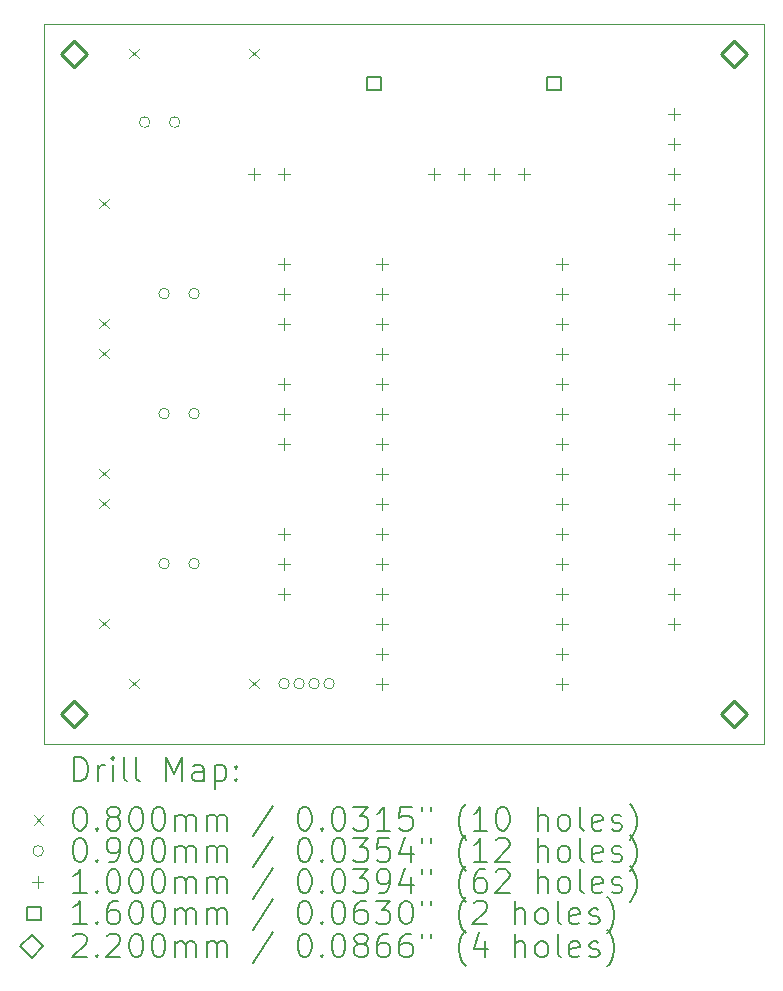
<source format=gbr>
%TF.GenerationSoftware,KiCad,Pcbnew,7.0.5*%
%TF.CreationDate,2023-10-17T21:20:01+10:00*%
%TF.ProjectId,Test Stand,54657374-2053-4746-916e-642e6b696361,rev?*%
%TF.SameCoordinates,Original*%
%TF.FileFunction,Drillmap*%
%TF.FilePolarity,Positive*%
%FSLAX45Y45*%
G04 Gerber Fmt 4.5, Leading zero omitted, Abs format (unit mm)*
G04 Created by KiCad (PCBNEW 7.0.5) date 2023-10-17 21:20:01*
%MOMM*%
%LPD*%
G01*
G04 APERTURE LIST*
%ADD10C,0.100000*%
%ADD11C,0.200000*%
%ADD12C,0.080000*%
%ADD13C,0.090000*%
%ADD14C,0.160000*%
%ADD15C,0.220000*%
G04 APERTURE END LIST*
D10*
X4826000Y-4064000D02*
X10922000Y-4064000D01*
X10922000Y-10160000D01*
X4826000Y-10160000D01*
X4826000Y-4064000D01*
D11*
D12*
X5294000Y-5548000D02*
X5374000Y-5628000D01*
X5374000Y-5548000D02*
X5294000Y-5628000D01*
X5294000Y-6564000D02*
X5374000Y-6644000D01*
X5374000Y-6564000D02*
X5294000Y-6644000D01*
X5294000Y-6818000D02*
X5374000Y-6898000D01*
X5374000Y-6818000D02*
X5294000Y-6898000D01*
X5294000Y-7834000D02*
X5374000Y-7914000D01*
X5374000Y-7834000D02*
X5294000Y-7914000D01*
X5294000Y-8088000D02*
X5374000Y-8168000D01*
X5374000Y-8088000D02*
X5294000Y-8168000D01*
X5294000Y-9104000D02*
X5374000Y-9184000D01*
X5374000Y-9104000D02*
X5294000Y-9184000D01*
X5548000Y-4278000D02*
X5628000Y-4358000D01*
X5628000Y-4278000D02*
X5548000Y-4358000D01*
X5548000Y-9612000D02*
X5628000Y-9692000D01*
X5628000Y-9612000D02*
X5548000Y-9692000D01*
X6564000Y-4278000D02*
X6644000Y-4358000D01*
X6644000Y-4278000D02*
X6564000Y-4358000D01*
X6564000Y-9612000D02*
X6644000Y-9692000D01*
X6644000Y-9612000D02*
X6564000Y-9692000D01*
D13*
X5723000Y-4898000D02*
G75*
G03*
X5723000Y-4898000I-45000J0D01*
G01*
X5887000Y-6350000D02*
G75*
G03*
X5887000Y-6350000I-45000J0D01*
G01*
X5887000Y-7366000D02*
G75*
G03*
X5887000Y-7366000I-45000J0D01*
G01*
X5887000Y-8636000D02*
G75*
G03*
X5887000Y-8636000I-45000J0D01*
G01*
X5977000Y-4898000D02*
G75*
G03*
X5977000Y-4898000I-45000J0D01*
G01*
X6141000Y-6350000D02*
G75*
G03*
X6141000Y-6350000I-45000J0D01*
G01*
X6141000Y-7366000D02*
G75*
G03*
X6141000Y-7366000I-45000J0D01*
G01*
X6141000Y-8636000D02*
G75*
G03*
X6141000Y-8636000I-45000J0D01*
G01*
X6903000Y-9652000D02*
G75*
G03*
X6903000Y-9652000I-45000J0D01*
G01*
X7030000Y-9652000D02*
G75*
G03*
X7030000Y-9652000I-45000J0D01*
G01*
X7157000Y-9652000D02*
G75*
G03*
X7157000Y-9652000I-45000J0D01*
G01*
X7284000Y-9652000D02*
G75*
G03*
X7284000Y-9652000I-45000J0D01*
G01*
D10*
X6604000Y-5284000D02*
X6604000Y-5384000D01*
X6554000Y-5334000D02*
X6654000Y-5334000D01*
X6858000Y-5284000D02*
X6858000Y-5384000D01*
X6808000Y-5334000D02*
X6908000Y-5334000D01*
X6858000Y-6046000D02*
X6858000Y-6146000D01*
X6808000Y-6096000D02*
X6908000Y-6096000D01*
X6858000Y-6300000D02*
X6858000Y-6400000D01*
X6808000Y-6350000D02*
X6908000Y-6350000D01*
X6858000Y-6554000D02*
X6858000Y-6654000D01*
X6808000Y-6604000D02*
X6908000Y-6604000D01*
X6858000Y-7062000D02*
X6858000Y-7162000D01*
X6808000Y-7112000D02*
X6908000Y-7112000D01*
X6858000Y-7316000D02*
X6858000Y-7416000D01*
X6808000Y-7366000D02*
X6908000Y-7366000D01*
X6858000Y-7570000D02*
X6858000Y-7670000D01*
X6808000Y-7620000D02*
X6908000Y-7620000D01*
X6858000Y-8332000D02*
X6858000Y-8432000D01*
X6808000Y-8382000D02*
X6908000Y-8382000D01*
X6858000Y-8586000D02*
X6858000Y-8686000D01*
X6808000Y-8636000D02*
X6908000Y-8636000D01*
X6858000Y-8840000D02*
X6858000Y-8940000D01*
X6808000Y-8890000D02*
X6908000Y-8890000D01*
X7687000Y-6046000D02*
X7687000Y-6146000D01*
X7637000Y-6096000D02*
X7737000Y-6096000D01*
X7687000Y-6300000D02*
X7687000Y-6400000D01*
X7637000Y-6350000D02*
X7737000Y-6350000D01*
X7687000Y-6554000D02*
X7687000Y-6654000D01*
X7637000Y-6604000D02*
X7737000Y-6604000D01*
X7687000Y-6808000D02*
X7687000Y-6908000D01*
X7637000Y-6858000D02*
X7737000Y-6858000D01*
X7687000Y-7062000D02*
X7687000Y-7162000D01*
X7637000Y-7112000D02*
X7737000Y-7112000D01*
X7687000Y-7316000D02*
X7687000Y-7416000D01*
X7637000Y-7366000D02*
X7737000Y-7366000D01*
X7687000Y-7570000D02*
X7687000Y-7670000D01*
X7637000Y-7620000D02*
X7737000Y-7620000D01*
X7687000Y-7824000D02*
X7687000Y-7924000D01*
X7637000Y-7874000D02*
X7737000Y-7874000D01*
X7687000Y-8078000D02*
X7687000Y-8178000D01*
X7637000Y-8128000D02*
X7737000Y-8128000D01*
X7687000Y-8332000D02*
X7687000Y-8432000D01*
X7637000Y-8382000D02*
X7737000Y-8382000D01*
X7687000Y-8586000D02*
X7687000Y-8686000D01*
X7637000Y-8636000D02*
X7737000Y-8636000D01*
X7687000Y-8840000D02*
X7687000Y-8940000D01*
X7637000Y-8890000D02*
X7737000Y-8890000D01*
X7687000Y-9094000D02*
X7687000Y-9194000D01*
X7637000Y-9144000D02*
X7737000Y-9144000D01*
X7687000Y-9348000D02*
X7687000Y-9448000D01*
X7637000Y-9398000D02*
X7737000Y-9398000D01*
X7687000Y-9602000D02*
X7687000Y-9702000D01*
X7637000Y-9652000D02*
X7737000Y-9652000D01*
X8128000Y-5284000D02*
X8128000Y-5384000D01*
X8078000Y-5334000D02*
X8178000Y-5334000D01*
X8382000Y-5284000D02*
X8382000Y-5384000D01*
X8332000Y-5334000D02*
X8432000Y-5334000D01*
X8636000Y-5284000D02*
X8636000Y-5384000D01*
X8586000Y-5334000D02*
X8686000Y-5334000D01*
X8890000Y-5284000D02*
X8890000Y-5384000D01*
X8840000Y-5334000D02*
X8940000Y-5334000D01*
X9211000Y-6046000D02*
X9211000Y-6146000D01*
X9161000Y-6096000D02*
X9261000Y-6096000D01*
X9211000Y-6300000D02*
X9211000Y-6400000D01*
X9161000Y-6350000D02*
X9261000Y-6350000D01*
X9211000Y-6554000D02*
X9211000Y-6654000D01*
X9161000Y-6604000D02*
X9261000Y-6604000D01*
X9211000Y-6808000D02*
X9211000Y-6908000D01*
X9161000Y-6858000D02*
X9261000Y-6858000D01*
X9211000Y-7062000D02*
X9211000Y-7162000D01*
X9161000Y-7112000D02*
X9261000Y-7112000D01*
X9211000Y-7316000D02*
X9211000Y-7416000D01*
X9161000Y-7366000D02*
X9261000Y-7366000D01*
X9211000Y-7570000D02*
X9211000Y-7670000D01*
X9161000Y-7620000D02*
X9261000Y-7620000D01*
X9211000Y-7824000D02*
X9211000Y-7924000D01*
X9161000Y-7874000D02*
X9261000Y-7874000D01*
X9211000Y-8078000D02*
X9211000Y-8178000D01*
X9161000Y-8128000D02*
X9261000Y-8128000D01*
X9211000Y-8332000D02*
X9211000Y-8432000D01*
X9161000Y-8382000D02*
X9261000Y-8382000D01*
X9211000Y-8586000D02*
X9211000Y-8686000D01*
X9161000Y-8636000D02*
X9261000Y-8636000D01*
X9211000Y-8840000D02*
X9211000Y-8940000D01*
X9161000Y-8890000D02*
X9261000Y-8890000D01*
X9211000Y-9094000D02*
X9211000Y-9194000D01*
X9161000Y-9144000D02*
X9261000Y-9144000D01*
X9211000Y-9348000D02*
X9211000Y-9448000D01*
X9161000Y-9398000D02*
X9261000Y-9398000D01*
X9211000Y-9602000D02*
X9211000Y-9702000D01*
X9161000Y-9652000D02*
X9261000Y-9652000D01*
X10160000Y-4776000D02*
X10160000Y-4876000D01*
X10110000Y-4826000D02*
X10210000Y-4826000D01*
X10160000Y-5030000D02*
X10160000Y-5130000D01*
X10110000Y-5080000D02*
X10210000Y-5080000D01*
X10160000Y-5284000D02*
X10160000Y-5384000D01*
X10110000Y-5334000D02*
X10210000Y-5334000D01*
X10160000Y-5538000D02*
X10160000Y-5638000D01*
X10110000Y-5588000D02*
X10210000Y-5588000D01*
X10160000Y-5792000D02*
X10160000Y-5892000D01*
X10110000Y-5842000D02*
X10210000Y-5842000D01*
X10160000Y-6046000D02*
X10160000Y-6146000D01*
X10110000Y-6096000D02*
X10210000Y-6096000D01*
X10160000Y-6300000D02*
X10160000Y-6400000D01*
X10110000Y-6350000D02*
X10210000Y-6350000D01*
X10160000Y-6554000D02*
X10160000Y-6654000D01*
X10110000Y-6604000D02*
X10210000Y-6604000D01*
X10160000Y-7062000D02*
X10160000Y-7162000D01*
X10110000Y-7112000D02*
X10210000Y-7112000D01*
X10160000Y-7316000D02*
X10160000Y-7416000D01*
X10110000Y-7366000D02*
X10210000Y-7366000D01*
X10160000Y-7570000D02*
X10160000Y-7670000D01*
X10110000Y-7620000D02*
X10210000Y-7620000D01*
X10160000Y-7824000D02*
X10160000Y-7924000D01*
X10110000Y-7874000D02*
X10210000Y-7874000D01*
X10160000Y-8078000D02*
X10160000Y-8178000D01*
X10110000Y-8128000D02*
X10210000Y-8128000D01*
X10160000Y-8332000D02*
X10160000Y-8432000D01*
X10110000Y-8382000D02*
X10210000Y-8382000D01*
X10160000Y-8586000D02*
X10160000Y-8686000D01*
X10110000Y-8636000D02*
X10210000Y-8636000D01*
X10160000Y-8840000D02*
X10160000Y-8940000D01*
X10110000Y-8890000D02*
X10210000Y-8890000D01*
X10160000Y-9094000D02*
X10160000Y-9194000D01*
X10110000Y-9144000D02*
X10210000Y-9144000D01*
D14*
X7676569Y-4628569D02*
X7676569Y-4515431D01*
X7563431Y-4515431D01*
X7563431Y-4628569D01*
X7676569Y-4628569D01*
X9200569Y-4628569D02*
X9200569Y-4515431D01*
X9087431Y-4515431D01*
X9087431Y-4628569D01*
X9200569Y-4628569D01*
D15*
X5080000Y-4428000D02*
X5190000Y-4318000D01*
X5080000Y-4208000D01*
X4970000Y-4318000D01*
X5080000Y-4428000D01*
X5080000Y-10016000D02*
X5190000Y-9906000D01*
X5080000Y-9796000D01*
X4970000Y-9906000D01*
X5080000Y-10016000D01*
X10668000Y-4428000D02*
X10778000Y-4318000D01*
X10668000Y-4208000D01*
X10558000Y-4318000D01*
X10668000Y-4428000D01*
X10668000Y-10016000D02*
X10778000Y-9906000D01*
X10668000Y-9796000D01*
X10558000Y-9906000D01*
X10668000Y-10016000D01*
D11*
X5081777Y-10476484D02*
X5081777Y-10276484D01*
X5081777Y-10276484D02*
X5129396Y-10276484D01*
X5129396Y-10276484D02*
X5157967Y-10286008D01*
X5157967Y-10286008D02*
X5177015Y-10305055D01*
X5177015Y-10305055D02*
X5186539Y-10324103D01*
X5186539Y-10324103D02*
X5196063Y-10362198D01*
X5196063Y-10362198D02*
X5196063Y-10390770D01*
X5196063Y-10390770D02*
X5186539Y-10428865D01*
X5186539Y-10428865D02*
X5177015Y-10447912D01*
X5177015Y-10447912D02*
X5157967Y-10466960D01*
X5157967Y-10466960D02*
X5129396Y-10476484D01*
X5129396Y-10476484D02*
X5081777Y-10476484D01*
X5281777Y-10476484D02*
X5281777Y-10343150D01*
X5281777Y-10381246D02*
X5291301Y-10362198D01*
X5291301Y-10362198D02*
X5300824Y-10352674D01*
X5300824Y-10352674D02*
X5319872Y-10343150D01*
X5319872Y-10343150D02*
X5338920Y-10343150D01*
X5405586Y-10476484D02*
X5405586Y-10343150D01*
X5405586Y-10276484D02*
X5396063Y-10286008D01*
X5396063Y-10286008D02*
X5405586Y-10295531D01*
X5405586Y-10295531D02*
X5415110Y-10286008D01*
X5415110Y-10286008D02*
X5405586Y-10276484D01*
X5405586Y-10276484D02*
X5405586Y-10295531D01*
X5529396Y-10476484D02*
X5510348Y-10466960D01*
X5510348Y-10466960D02*
X5500824Y-10447912D01*
X5500824Y-10447912D02*
X5500824Y-10276484D01*
X5634158Y-10476484D02*
X5615110Y-10466960D01*
X5615110Y-10466960D02*
X5605586Y-10447912D01*
X5605586Y-10447912D02*
X5605586Y-10276484D01*
X5862729Y-10476484D02*
X5862729Y-10276484D01*
X5862729Y-10276484D02*
X5929396Y-10419341D01*
X5929396Y-10419341D02*
X5996062Y-10276484D01*
X5996062Y-10276484D02*
X5996062Y-10476484D01*
X6177015Y-10476484D02*
X6177015Y-10371722D01*
X6177015Y-10371722D02*
X6167491Y-10352674D01*
X6167491Y-10352674D02*
X6148443Y-10343150D01*
X6148443Y-10343150D02*
X6110348Y-10343150D01*
X6110348Y-10343150D02*
X6091301Y-10352674D01*
X6177015Y-10466960D02*
X6157967Y-10476484D01*
X6157967Y-10476484D02*
X6110348Y-10476484D01*
X6110348Y-10476484D02*
X6091301Y-10466960D01*
X6091301Y-10466960D02*
X6081777Y-10447912D01*
X6081777Y-10447912D02*
X6081777Y-10428865D01*
X6081777Y-10428865D02*
X6091301Y-10409817D01*
X6091301Y-10409817D02*
X6110348Y-10400293D01*
X6110348Y-10400293D02*
X6157967Y-10400293D01*
X6157967Y-10400293D02*
X6177015Y-10390770D01*
X6272253Y-10343150D02*
X6272253Y-10543150D01*
X6272253Y-10352674D02*
X6291301Y-10343150D01*
X6291301Y-10343150D02*
X6329396Y-10343150D01*
X6329396Y-10343150D02*
X6348443Y-10352674D01*
X6348443Y-10352674D02*
X6357967Y-10362198D01*
X6357967Y-10362198D02*
X6367491Y-10381246D01*
X6367491Y-10381246D02*
X6367491Y-10438389D01*
X6367491Y-10438389D02*
X6357967Y-10457436D01*
X6357967Y-10457436D02*
X6348443Y-10466960D01*
X6348443Y-10466960D02*
X6329396Y-10476484D01*
X6329396Y-10476484D02*
X6291301Y-10476484D01*
X6291301Y-10476484D02*
X6272253Y-10466960D01*
X6453205Y-10457436D02*
X6462729Y-10466960D01*
X6462729Y-10466960D02*
X6453205Y-10476484D01*
X6453205Y-10476484D02*
X6443682Y-10466960D01*
X6443682Y-10466960D02*
X6453205Y-10457436D01*
X6453205Y-10457436D02*
X6453205Y-10476484D01*
X6453205Y-10352674D02*
X6462729Y-10362198D01*
X6462729Y-10362198D02*
X6453205Y-10371722D01*
X6453205Y-10371722D02*
X6443682Y-10362198D01*
X6443682Y-10362198D02*
X6453205Y-10352674D01*
X6453205Y-10352674D02*
X6453205Y-10371722D01*
D12*
X4741000Y-10765000D02*
X4821000Y-10845000D01*
X4821000Y-10765000D02*
X4741000Y-10845000D01*
D11*
X5119872Y-10696484D02*
X5138920Y-10696484D01*
X5138920Y-10696484D02*
X5157967Y-10706008D01*
X5157967Y-10706008D02*
X5167491Y-10715531D01*
X5167491Y-10715531D02*
X5177015Y-10734579D01*
X5177015Y-10734579D02*
X5186539Y-10772674D01*
X5186539Y-10772674D02*
X5186539Y-10820293D01*
X5186539Y-10820293D02*
X5177015Y-10858389D01*
X5177015Y-10858389D02*
X5167491Y-10877436D01*
X5167491Y-10877436D02*
X5157967Y-10886960D01*
X5157967Y-10886960D02*
X5138920Y-10896484D01*
X5138920Y-10896484D02*
X5119872Y-10896484D01*
X5119872Y-10896484D02*
X5100824Y-10886960D01*
X5100824Y-10886960D02*
X5091301Y-10877436D01*
X5091301Y-10877436D02*
X5081777Y-10858389D01*
X5081777Y-10858389D02*
X5072253Y-10820293D01*
X5072253Y-10820293D02*
X5072253Y-10772674D01*
X5072253Y-10772674D02*
X5081777Y-10734579D01*
X5081777Y-10734579D02*
X5091301Y-10715531D01*
X5091301Y-10715531D02*
X5100824Y-10706008D01*
X5100824Y-10706008D02*
X5119872Y-10696484D01*
X5272253Y-10877436D02*
X5281777Y-10886960D01*
X5281777Y-10886960D02*
X5272253Y-10896484D01*
X5272253Y-10896484D02*
X5262729Y-10886960D01*
X5262729Y-10886960D02*
X5272253Y-10877436D01*
X5272253Y-10877436D02*
X5272253Y-10896484D01*
X5396063Y-10782198D02*
X5377015Y-10772674D01*
X5377015Y-10772674D02*
X5367491Y-10763150D01*
X5367491Y-10763150D02*
X5357967Y-10744103D01*
X5357967Y-10744103D02*
X5357967Y-10734579D01*
X5357967Y-10734579D02*
X5367491Y-10715531D01*
X5367491Y-10715531D02*
X5377015Y-10706008D01*
X5377015Y-10706008D02*
X5396063Y-10696484D01*
X5396063Y-10696484D02*
X5434158Y-10696484D01*
X5434158Y-10696484D02*
X5453205Y-10706008D01*
X5453205Y-10706008D02*
X5462729Y-10715531D01*
X5462729Y-10715531D02*
X5472253Y-10734579D01*
X5472253Y-10734579D02*
X5472253Y-10744103D01*
X5472253Y-10744103D02*
X5462729Y-10763150D01*
X5462729Y-10763150D02*
X5453205Y-10772674D01*
X5453205Y-10772674D02*
X5434158Y-10782198D01*
X5434158Y-10782198D02*
X5396063Y-10782198D01*
X5396063Y-10782198D02*
X5377015Y-10791722D01*
X5377015Y-10791722D02*
X5367491Y-10801246D01*
X5367491Y-10801246D02*
X5357967Y-10820293D01*
X5357967Y-10820293D02*
X5357967Y-10858389D01*
X5357967Y-10858389D02*
X5367491Y-10877436D01*
X5367491Y-10877436D02*
X5377015Y-10886960D01*
X5377015Y-10886960D02*
X5396063Y-10896484D01*
X5396063Y-10896484D02*
X5434158Y-10896484D01*
X5434158Y-10896484D02*
X5453205Y-10886960D01*
X5453205Y-10886960D02*
X5462729Y-10877436D01*
X5462729Y-10877436D02*
X5472253Y-10858389D01*
X5472253Y-10858389D02*
X5472253Y-10820293D01*
X5472253Y-10820293D02*
X5462729Y-10801246D01*
X5462729Y-10801246D02*
X5453205Y-10791722D01*
X5453205Y-10791722D02*
X5434158Y-10782198D01*
X5596062Y-10696484D02*
X5615110Y-10696484D01*
X5615110Y-10696484D02*
X5634158Y-10706008D01*
X5634158Y-10706008D02*
X5643682Y-10715531D01*
X5643682Y-10715531D02*
X5653205Y-10734579D01*
X5653205Y-10734579D02*
X5662729Y-10772674D01*
X5662729Y-10772674D02*
X5662729Y-10820293D01*
X5662729Y-10820293D02*
X5653205Y-10858389D01*
X5653205Y-10858389D02*
X5643682Y-10877436D01*
X5643682Y-10877436D02*
X5634158Y-10886960D01*
X5634158Y-10886960D02*
X5615110Y-10896484D01*
X5615110Y-10896484D02*
X5596062Y-10896484D01*
X5596062Y-10896484D02*
X5577015Y-10886960D01*
X5577015Y-10886960D02*
X5567491Y-10877436D01*
X5567491Y-10877436D02*
X5557967Y-10858389D01*
X5557967Y-10858389D02*
X5548444Y-10820293D01*
X5548444Y-10820293D02*
X5548444Y-10772674D01*
X5548444Y-10772674D02*
X5557967Y-10734579D01*
X5557967Y-10734579D02*
X5567491Y-10715531D01*
X5567491Y-10715531D02*
X5577015Y-10706008D01*
X5577015Y-10706008D02*
X5596062Y-10696484D01*
X5786539Y-10696484D02*
X5805586Y-10696484D01*
X5805586Y-10696484D02*
X5824634Y-10706008D01*
X5824634Y-10706008D02*
X5834158Y-10715531D01*
X5834158Y-10715531D02*
X5843682Y-10734579D01*
X5843682Y-10734579D02*
X5853205Y-10772674D01*
X5853205Y-10772674D02*
X5853205Y-10820293D01*
X5853205Y-10820293D02*
X5843682Y-10858389D01*
X5843682Y-10858389D02*
X5834158Y-10877436D01*
X5834158Y-10877436D02*
X5824634Y-10886960D01*
X5824634Y-10886960D02*
X5805586Y-10896484D01*
X5805586Y-10896484D02*
X5786539Y-10896484D01*
X5786539Y-10896484D02*
X5767491Y-10886960D01*
X5767491Y-10886960D02*
X5757967Y-10877436D01*
X5757967Y-10877436D02*
X5748443Y-10858389D01*
X5748443Y-10858389D02*
X5738920Y-10820293D01*
X5738920Y-10820293D02*
X5738920Y-10772674D01*
X5738920Y-10772674D02*
X5748443Y-10734579D01*
X5748443Y-10734579D02*
X5757967Y-10715531D01*
X5757967Y-10715531D02*
X5767491Y-10706008D01*
X5767491Y-10706008D02*
X5786539Y-10696484D01*
X5938920Y-10896484D02*
X5938920Y-10763150D01*
X5938920Y-10782198D02*
X5948443Y-10772674D01*
X5948443Y-10772674D02*
X5967491Y-10763150D01*
X5967491Y-10763150D02*
X5996063Y-10763150D01*
X5996063Y-10763150D02*
X6015110Y-10772674D01*
X6015110Y-10772674D02*
X6024634Y-10791722D01*
X6024634Y-10791722D02*
X6024634Y-10896484D01*
X6024634Y-10791722D02*
X6034158Y-10772674D01*
X6034158Y-10772674D02*
X6053205Y-10763150D01*
X6053205Y-10763150D02*
X6081777Y-10763150D01*
X6081777Y-10763150D02*
X6100824Y-10772674D01*
X6100824Y-10772674D02*
X6110348Y-10791722D01*
X6110348Y-10791722D02*
X6110348Y-10896484D01*
X6205586Y-10896484D02*
X6205586Y-10763150D01*
X6205586Y-10782198D02*
X6215110Y-10772674D01*
X6215110Y-10772674D02*
X6234158Y-10763150D01*
X6234158Y-10763150D02*
X6262729Y-10763150D01*
X6262729Y-10763150D02*
X6281777Y-10772674D01*
X6281777Y-10772674D02*
X6291301Y-10791722D01*
X6291301Y-10791722D02*
X6291301Y-10896484D01*
X6291301Y-10791722D02*
X6300824Y-10772674D01*
X6300824Y-10772674D02*
X6319872Y-10763150D01*
X6319872Y-10763150D02*
X6348443Y-10763150D01*
X6348443Y-10763150D02*
X6367491Y-10772674D01*
X6367491Y-10772674D02*
X6377015Y-10791722D01*
X6377015Y-10791722D02*
X6377015Y-10896484D01*
X6767491Y-10686960D02*
X6596063Y-10944103D01*
X7024634Y-10696484D02*
X7043682Y-10696484D01*
X7043682Y-10696484D02*
X7062729Y-10706008D01*
X7062729Y-10706008D02*
X7072253Y-10715531D01*
X7072253Y-10715531D02*
X7081777Y-10734579D01*
X7081777Y-10734579D02*
X7091301Y-10772674D01*
X7091301Y-10772674D02*
X7091301Y-10820293D01*
X7091301Y-10820293D02*
X7081777Y-10858389D01*
X7081777Y-10858389D02*
X7072253Y-10877436D01*
X7072253Y-10877436D02*
X7062729Y-10886960D01*
X7062729Y-10886960D02*
X7043682Y-10896484D01*
X7043682Y-10896484D02*
X7024634Y-10896484D01*
X7024634Y-10896484D02*
X7005586Y-10886960D01*
X7005586Y-10886960D02*
X6996063Y-10877436D01*
X6996063Y-10877436D02*
X6986539Y-10858389D01*
X6986539Y-10858389D02*
X6977015Y-10820293D01*
X6977015Y-10820293D02*
X6977015Y-10772674D01*
X6977015Y-10772674D02*
X6986539Y-10734579D01*
X6986539Y-10734579D02*
X6996063Y-10715531D01*
X6996063Y-10715531D02*
X7005586Y-10706008D01*
X7005586Y-10706008D02*
X7024634Y-10696484D01*
X7177015Y-10877436D02*
X7186539Y-10886960D01*
X7186539Y-10886960D02*
X7177015Y-10896484D01*
X7177015Y-10896484D02*
X7167491Y-10886960D01*
X7167491Y-10886960D02*
X7177015Y-10877436D01*
X7177015Y-10877436D02*
X7177015Y-10896484D01*
X7310348Y-10696484D02*
X7329396Y-10696484D01*
X7329396Y-10696484D02*
X7348444Y-10706008D01*
X7348444Y-10706008D02*
X7357967Y-10715531D01*
X7357967Y-10715531D02*
X7367491Y-10734579D01*
X7367491Y-10734579D02*
X7377015Y-10772674D01*
X7377015Y-10772674D02*
X7377015Y-10820293D01*
X7377015Y-10820293D02*
X7367491Y-10858389D01*
X7367491Y-10858389D02*
X7357967Y-10877436D01*
X7357967Y-10877436D02*
X7348444Y-10886960D01*
X7348444Y-10886960D02*
X7329396Y-10896484D01*
X7329396Y-10896484D02*
X7310348Y-10896484D01*
X7310348Y-10896484D02*
X7291301Y-10886960D01*
X7291301Y-10886960D02*
X7281777Y-10877436D01*
X7281777Y-10877436D02*
X7272253Y-10858389D01*
X7272253Y-10858389D02*
X7262729Y-10820293D01*
X7262729Y-10820293D02*
X7262729Y-10772674D01*
X7262729Y-10772674D02*
X7272253Y-10734579D01*
X7272253Y-10734579D02*
X7281777Y-10715531D01*
X7281777Y-10715531D02*
X7291301Y-10706008D01*
X7291301Y-10706008D02*
X7310348Y-10696484D01*
X7443682Y-10696484D02*
X7567491Y-10696484D01*
X7567491Y-10696484D02*
X7500825Y-10772674D01*
X7500825Y-10772674D02*
X7529396Y-10772674D01*
X7529396Y-10772674D02*
X7548444Y-10782198D01*
X7548444Y-10782198D02*
X7557967Y-10791722D01*
X7557967Y-10791722D02*
X7567491Y-10810770D01*
X7567491Y-10810770D02*
X7567491Y-10858389D01*
X7567491Y-10858389D02*
X7557967Y-10877436D01*
X7557967Y-10877436D02*
X7548444Y-10886960D01*
X7548444Y-10886960D02*
X7529396Y-10896484D01*
X7529396Y-10896484D02*
X7472253Y-10896484D01*
X7472253Y-10896484D02*
X7453206Y-10886960D01*
X7453206Y-10886960D02*
X7443682Y-10877436D01*
X7757967Y-10896484D02*
X7643682Y-10896484D01*
X7700825Y-10896484D02*
X7700825Y-10696484D01*
X7700825Y-10696484D02*
X7681777Y-10725055D01*
X7681777Y-10725055D02*
X7662729Y-10744103D01*
X7662729Y-10744103D02*
X7643682Y-10753627D01*
X7938920Y-10696484D02*
X7843682Y-10696484D01*
X7843682Y-10696484D02*
X7834158Y-10791722D01*
X7834158Y-10791722D02*
X7843682Y-10782198D01*
X7843682Y-10782198D02*
X7862729Y-10772674D01*
X7862729Y-10772674D02*
X7910348Y-10772674D01*
X7910348Y-10772674D02*
X7929396Y-10782198D01*
X7929396Y-10782198D02*
X7938920Y-10791722D01*
X7938920Y-10791722D02*
X7948444Y-10810770D01*
X7948444Y-10810770D02*
X7948444Y-10858389D01*
X7948444Y-10858389D02*
X7938920Y-10877436D01*
X7938920Y-10877436D02*
X7929396Y-10886960D01*
X7929396Y-10886960D02*
X7910348Y-10896484D01*
X7910348Y-10896484D02*
X7862729Y-10896484D01*
X7862729Y-10896484D02*
X7843682Y-10886960D01*
X7843682Y-10886960D02*
X7834158Y-10877436D01*
X8024634Y-10696484D02*
X8024634Y-10734579D01*
X8100825Y-10696484D02*
X8100825Y-10734579D01*
X8396063Y-10972674D02*
X8386539Y-10963150D01*
X8386539Y-10963150D02*
X8367491Y-10934579D01*
X8367491Y-10934579D02*
X8357968Y-10915531D01*
X8357968Y-10915531D02*
X8348444Y-10886960D01*
X8348444Y-10886960D02*
X8338920Y-10839341D01*
X8338920Y-10839341D02*
X8338920Y-10801246D01*
X8338920Y-10801246D02*
X8348444Y-10753627D01*
X8348444Y-10753627D02*
X8357968Y-10725055D01*
X8357968Y-10725055D02*
X8367491Y-10706008D01*
X8367491Y-10706008D02*
X8386539Y-10677436D01*
X8386539Y-10677436D02*
X8396063Y-10667912D01*
X8577015Y-10896484D02*
X8462730Y-10896484D01*
X8519872Y-10896484D02*
X8519872Y-10696484D01*
X8519872Y-10696484D02*
X8500825Y-10725055D01*
X8500825Y-10725055D02*
X8481777Y-10744103D01*
X8481777Y-10744103D02*
X8462730Y-10753627D01*
X8700825Y-10696484D02*
X8719872Y-10696484D01*
X8719872Y-10696484D02*
X8738920Y-10706008D01*
X8738920Y-10706008D02*
X8748444Y-10715531D01*
X8748444Y-10715531D02*
X8757968Y-10734579D01*
X8757968Y-10734579D02*
X8767491Y-10772674D01*
X8767491Y-10772674D02*
X8767491Y-10820293D01*
X8767491Y-10820293D02*
X8757968Y-10858389D01*
X8757968Y-10858389D02*
X8748444Y-10877436D01*
X8748444Y-10877436D02*
X8738920Y-10886960D01*
X8738920Y-10886960D02*
X8719872Y-10896484D01*
X8719872Y-10896484D02*
X8700825Y-10896484D01*
X8700825Y-10896484D02*
X8681777Y-10886960D01*
X8681777Y-10886960D02*
X8672253Y-10877436D01*
X8672253Y-10877436D02*
X8662730Y-10858389D01*
X8662730Y-10858389D02*
X8653206Y-10820293D01*
X8653206Y-10820293D02*
X8653206Y-10772674D01*
X8653206Y-10772674D02*
X8662730Y-10734579D01*
X8662730Y-10734579D02*
X8672253Y-10715531D01*
X8672253Y-10715531D02*
X8681777Y-10706008D01*
X8681777Y-10706008D02*
X8700825Y-10696484D01*
X9005587Y-10896484D02*
X9005587Y-10696484D01*
X9091301Y-10896484D02*
X9091301Y-10791722D01*
X9091301Y-10791722D02*
X9081777Y-10772674D01*
X9081777Y-10772674D02*
X9062730Y-10763150D01*
X9062730Y-10763150D02*
X9034158Y-10763150D01*
X9034158Y-10763150D02*
X9015111Y-10772674D01*
X9015111Y-10772674D02*
X9005587Y-10782198D01*
X9215111Y-10896484D02*
X9196063Y-10886960D01*
X9196063Y-10886960D02*
X9186539Y-10877436D01*
X9186539Y-10877436D02*
X9177015Y-10858389D01*
X9177015Y-10858389D02*
X9177015Y-10801246D01*
X9177015Y-10801246D02*
X9186539Y-10782198D01*
X9186539Y-10782198D02*
X9196063Y-10772674D01*
X9196063Y-10772674D02*
X9215111Y-10763150D01*
X9215111Y-10763150D02*
X9243682Y-10763150D01*
X9243682Y-10763150D02*
X9262730Y-10772674D01*
X9262730Y-10772674D02*
X9272253Y-10782198D01*
X9272253Y-10782198D02*
X9281777Y-10801246D01*
X9281777Y-10801246D02*
X9281777Y-10858389D01*
X9281777Y-10858389D02*
X9272253Y-10877436D01*
X9272253Y-10877436D02*
X9262730Y-10886960D01*
X9262730Y-10886960D02*
X9243682Y-10896484D01*
X9243682Y-10896484D02*
X9215111Y-10896484D01*
X9396063Y-10896484D02*
X9377015Y-10886960D01*
X9377015Y-10886960D02*
X9367492Y-10867912D01*
X9367492Y-10867912D02*
X9367492Y-10696484D01*
X9548444Y-10886960D02*
X9529396Y-10896484D01*
X9529396Y-10896484D02*
X9491301Y-10896484D01*
X9491301Y-10896484D02*
X9472253Y-10886960D01*
X9472253Y-10886960D02*
X9462730Y-10867912D01*
X9462730Y-10867912D02*
X9462730Y-10791722D01*
X9462730Y-10791722D02*
X9472253Y-10772674D01*
X9472253Y-10772674D02*
X9491301Y-10763150D01*
X9491301Y-10763150D02*
X9529396Y-10763150D01*
X9529396Y-10763150D02*
X9548444Y-10772674D01*
X9548444Y-10772674D02*
X9557968Y-10791722D01*
X9557968Y-10791722D02*
X9557968Y-10810770D01*
X9557968Y-10810770D02*
X9462730Y-10829817D01*
X9634158Y-10886960D02*
X9653206Y-10896484D01*
X9653206Y-10896484D02*
X9691301Y-10896484D01*
X9691301Y-10896484D02*
X9710349Y-10886960D01*
X9710349Y-10886960D02*
X9719873Y-10867912D01*
X9719873Y-10867912D02*
X9719873Y-10858389D01*
X9719873Y-10858389D02*
X9710349Y-10839341D01*
X9710349Y-10839341D02*
X9691301Y-10829817D01*
X9691301Y-10829817D02*
X9662730Y-10829817D01*
X9662730Y-10829817D02*
X9643682Y-10820293D01*
X9643682Y-10820293D02*
X9634158Y-10801246D01*
X9634158Y-10801246D02*
X9634158Y-10791722D01*
X9634158Y-10791722D02*
X9643682Y-10772674D01*
X9643682Y-10772674D02*
X9662730Y-10763150D01*
X9662730Y-10763150D02*
X9691301Y-10763150D01*
X9691301Y-10763150D02*
X9710349Y-10772674D01*
X9786539Y-10972674D02*
X9796063Y-10963150D01*
X9796063Y-10963150D02*
X9815111Y-10934579D01*
X9815111Y-10934579D02*
X9824634Y-10915531D01*
X9824634Y-10915531D02*
X9834158Y-10886960D01*
X9834158Y-10886960D02*
X9843682Y-10839341D01*
X9843682Y-10839341D02*
X9843682Y-10801246D01*
X9843682Y-10801246D02*
X9834158Y-10753627D01*
X9834158Y-10753627D02*
X9824634Y-10725055D01*
X9824634Y-10725055D02*
X9815111Y-10706008D01*
X9815111Y-10706008D02*
X9796063Y-10677436D01*
X9796063Y-10677436D02*
X9786539Y-10667912D01*
D13*
X4821000Y-11069000D02*
G75*
G03*
X4821000Y-11069000I-45000J0D01*
G01*
D11*
X5119872Y-10960484D02*
X5138920Y-10960484D01*
X5138920Y-10960484D02*
X5157967Y-10970008D01*
X5157967Y-10970008D02*
X5167491Y-10979531D01*
X5167491Y-10979531D02*
X5177015Y-10998579D01*
X5177015Y-10998579D02*
X5186539Y-11036674D01*
X5186539Y-11036674D02*
X5186539Y-11084293D01*
X5186539Y-11084293D02*
X5177015Y-11122389D01*
X5177015Y-11122389D02*
X5167491Y-11141436D01*
X5167491Y-11141436D02*
X5157967Y-11150960D01*
X5157967Y-11150960D02*
X5138920Y-11160484D01*
X5138920Y-11160484D02*
X5119872Y-11160484D01*
X5119872Y-11160484D02*
X5100824Y-11150960D01*
X5100824Y-11150960D02*
X5091301Y-11141436D01*
X5091301Y-11141436D02*
X5081777Y-11122389D01*
X5081777Y-11122389D02*
X5072253Y-11084293D01*
X5072253Y-11084293D02*
X5072253Y-11036674D01*
X5072253Y-11036674D02*
X5081777Y-10998579D01*
X5081777Y-10998579D02*
X5091301Y-10979531D01*
X5091301Y-10979531D02*
X5100824Y-10970008D01*
X5100824Y-10970008D02*
X5119872Y-10960484D01*
X5272253Y-11141436D02*
X5281777Y-11150960D01*
X5281777Y-11150960D02*
X5272253Y-11160484D01*
X5272253Y-11160484D02*
X5262729Y-11150960D01*
X5262729Y-11150960D02*
X5272253Y-11141436D01*
X5272253Y-11141436D02*
X5272253Y-11160484D01*
X5377015Y-11160484D02*
X5415110Y-11160484D01*
X5415110Y-11160484D02*
X5434158Y-11150960D01*
X5434158Y-11150960D02*
X5443682Y-11141436D01*
X5443682Y-11141436D02*
X5462729Y-11112865D01*
X5462729Y-11112865D02*
X5472253Y-11074770D01*
X5472253Y-11074770D02*
X5472253Y-10998579D01*
X5472253Y-10998579D02*
X5462729Y-10979531D01*
X5462729Y-10979531D02*
X5453205Y-10970008D01*
X5453205Y-10970008D02*
X5434158Y-10960484D01*
X5434158Y-10960484D02*
X5396063Y-10960484D01*
X5396063Y-10960484D02*
X5377015Y-10970008D01*
X5377015Y-10970008D02*
X5367491Y-10979531D01*
X5367491Y-10979531D02*
X5357967Y-10998579D01*
X5357967Y-10998579D02*
X5357967Y-11046198D01*
X5357967Y-11046198D02*
X5367491Y-11065246D01*
X5367491Y-11065246D02*
X5377015Y-11074770D01*
X5377015Y-11074770D02*
X5396063Y-11084293D01*
X5396063Y-11084293D02*
X5434158Y-11084293D01*
X5434158Y-11084293D02*
X5453205Y-11074770D01*
X5453205Y-11074770D02*
X5462729Y-11065246D01*
X5462729Y-11065246D02*
X5472253Y-11046198D01*
X5596062Y-10960484D02*
X5615110Y-10960484D01*
X5615110Y-10960484D02*
X5634158Y-10970008D01*
X5634158Y-10970008D02*
X5643682Y-10979531D01*
X5643682Y-10979531D02*
X5653205Y-10998579D01*
X5653205Y-10998579D02*
X5662729Y-11036674D01*
X5662729Y-11036674D02*
X5662729Y-11084293D01*
X5662729Y-11084293D02*
X5653205Y-11122389D01*
X5653205Y-11122389D02*
X5643682Y-11141436D01*
X5643682Y-11141436D02*
X5634158Y-11150960D01*
X5634158Y-11150960D02*
X5615110Y-11160484D01*
X5615110Y-11160484D02*
X5596062Y-11160484D01*
X5596062Y-11160484D02*
X5577015Y-11150960D01*
X5577015Y-11150960D02*
X5567491Y-11141436D01*
X5567491Y-11141436D02*
X5557967Y-11122389D01*
X5557967Y-11122389D02*
X5548444Y-11084293D01*
X5548444Y-11084293D02*
X5548444Y-11036674D01*
X5548444Y-11036674D02*
X5557967Y-10998579D01*
X5557967Y-10998579D02*
X5567491Y-10979531D01*
X5567491Y-10979531D02*
X5577015Y-10970008D01*
X5577015Y-10970008D02*
X5596062Y-10960484D01*
X5786539Y-10960484D02*
X5805586Y-10960484D01*
X5805586Y-10960484D02*
X5824634Y-10970008D01*
X5824634Y-10970008D02*
X5834158Y-10979531D01*
X5834158Y-10979531D02*
X5843682Y-10998579D01*
X5843682Y-10998579D02*
X5853205Y-11036674D01*
X5853205Y-11036674D02*
X5853205Y-11084293D01*
X5853205Y-11084293D02*
X5843682Y-11122389D01*
X5843682Y-11122389D02*
X5834158Y-11141436D01*
X5834158Y-11141436D02*
X5824634Y-11150960D01*
X5824634Y-11150960D02*
X5805586Y-11160484D01*
X5805586Y-11160484D02*
X5786539Y-11160484D01*
X5786539Y-11160484D02*
X5767491Y-11150960D01*
X5767491Y-11150960D02*
X5757967Y-11141436D01*
X5757967Y-11141436D02*
X5748443Y-11122389D01*
X5748443Y-11122389D02*
X5738920Y-11084293D01*
X5738920Y-11084293D02*
X5738920Y-11036674D01*
X5738920Y-11036674D02*
X5748443Y-10998579D01*
X5748443Y-10998579D02*
X5757967Y-10979531D01*
X5757967Y-10979531D02*
X5767491Y-10970008D01*
X5767491Y-10970008D02*
X5786539Y-10960484D01*
X5938920Y-11160484D02*
X5938920Y-11027150D01*
X5938920Y-11046198D02*
X5948443Y-11036674D01*
X5948443Y-11036674D02*
X5967491Y-11027150D01*
X5967491Y-11027150D02*
X5996063Y-11027150D01*
X5996063Y-11027150D02*
X6015110Y-11036674D01*
X6015110Y-11036674D02*
X6024634Y-11055722D01*
X6024634Y-11055722D02*
X6024634Y-11160484D01*
X6024634Y-11055722D02*
X6034158Y-11036674D01*
X6034158Y-11036674D02*
X6053205Y-11027150D01*
X6053205Y-11027150D02*
X6081777Y-11027150D01*
X6081777Y-11027150D02*
X6100824Y-11036674D01*
X6100824Y-11036674D02*
X6110348Y-11055722D01*
X6110348Y-11055722D02*
X6110348Y-11160484D01*
X6205586Y-11160484D02*
X6205586Y-11027150D01*
X6205586Y-11046198D02*
X6215110Y-11036674D01*
X6215110Y-11036674D02*
X6234158Y-11027150D01*
X6234158Y-11027150D02*
X6262729Y-11027150D01*
X6262729Y-11027150D02*
X6281777Y-11036674D01*
X6281777Y-11036674D02*
X6291301Y-11055722D01*
X6291301Y-11055722D02*
X6291301Y-11160484D01*
X6291301Y-11055722D02*
X6300824Y-11036674D01*
X6300824Y-11036674D02*
X6319872Y-11027150D01*
X6319872Y-11027150D02*
X6348443Y-11027150D01*
X6348443Y-11027150D02*
X6367491Y-11036674D01*
X6367491Y-11036674D02*
X6377015Y-11055722D01*
X6377015Y-11055722D02*
X6377015Y-11160484D01*
X6767491Y-10950960D02*
X6596063Y-11208103D01*
X7024634Y-10960484D02*
X7043682Y-10960484D01*
X7043682Y-10960484D02*
X7062729Y-10970008D01*
X7062729Y-10970008D02*
X7072253Y-10979531D01*
X7072253Y-10979531D02*
X7081777Y-10998579D01*
X7081777Y-10998579D02*
X7091301Y-11036674D01*
X7091301Y-11036674D02*
X7091301Y-11084293D01*
X7091301Y-11084293D02*
X7081777Y-11122389D01*
X7081777Y-11122389D02*
X7072253Y-11141436D01*
X7072253Y-11141436D02*
X7062729Y-11150960D01*
X7062729Y-11150960D02*
X7043682Y-11160484D01*
X7043682Y-11160484D02*
X7024634Y-11160484D01*
X7024634Y-11160484D02*
X7005586Y-11150960D01*
X7005586Y-11150960D02*
X6996063Y-11141436D01*
X6996063Y-11141436D02*
X6986539Y-11122389D01*
X6986539Y-11122389D02*
X6977015Y-11084293D01*
X6977015Y-11084293D02*
X6977015Y-11036674D01*
X6977015Y-11036674D02*
X6986539Y-10998579D01*
X6986539Y-10998579D02*
X6996063Y-10979531D01*
X6996063Y-10979531D02*
X7005586Y-10970008D01*
X7005586Y-10970008D02*
X7024634Y-10960484D01*
X7177015Y-11141436D02*
X7186539Y-11150960D01*
X7186539Y-11150960D02*
X7177015Y-11160484D01*
X7177015Y-11160484D02*
X7167491Y-11150960D01*
X7167491Y-11150960D02*
X7177015Y-11141436D01*
X7177015Y-11141436D02*
X7177015Y-11160484D01*
X7310348Y-10960484D02*
X7329396Y-10960484D01*
X7329396Y-10960484D02*
X7348444Y-10970008D01*
X7348444Y-10970008D02*
X7357967Y-10979531D01*
X7357967Y-10979531D02*
X7367491Y-10998579D01*
X7367491Y-10998579D02*
X7377015Y-11036674D01*
X7377015Y-11036674D02*
X7377015Y-11084293D01*
X7377015Y-11084293D02*
X7367491Y-11122389D01*
X7367491Y-11122389D02*
X7357967Y-11141436D01*
X7357967Y-11141436D02*
X7348444Y-11150960D01*
X7348444Y-11150960D02*
X7329396Y-11160484D01*
X7329396Y-11160484D02*
X7310348Y-11160484D01*
X7310348Y-11160484D02*
X7291301Y-11150960D01*
X7291301Y-11150960D02*
X7281777Y-11141436D01*
X7281777Y-11141436D02*
X7272253Y-11122389D01*
X7272253Y-11122389D02*
X7262729Y-11084293D01*
X7262729Y-11084293D02*
X7262729Y-11036674D01*
X7262729Y-11036674D02*
X7272253Y-10998579D01*
X7272253Y-10998579D02*
X7281777Y-10979531D01*
X7281777Y-10979531D02*
X7291301Y-10970008D01*
X7291301Y-10970008D02*
X7310348Y-10960484D01*
X7443682Y-10960484D02*
X7567491Y-10960484D01*
X7567491Y-10960484D02*
X7500825Y-11036674D01*
X7500825Y-11036674D02*
X7529396Y-11036674D01*
X7529396Y-11036674D02*
X7548444Y-11046198D01*
X7548444Y-11046198D02*
X7557967Y-11055722D01*
X7557967Y-11055722D02*
X7567491Y-11074770D01*
X7567491Y-11074770D02*
X7567491Y-11122389D01*
X7567491Y-11122389D02*
X7557967Y-11141436D01*
X7557967Y-11141436D02*
X7548444Y-11150960D01*
X7548444Y-11150960D02*
X7529396Y-11160484D01*
X7529396Y-11160484D02*
X7472253Y-11160484D01*
X7472253Y-11160484D02*
X7453206Y-11150960D01*
X7453206Y-11150960D02*
X7443682Y-11141436D01*
X7748444Y-10960484D02*
X7653206Y-10960484D01*
X7653206Y-10960484D02*
X7643682Y-11055722D01*
X7643682Y-11055722D02*
X7653206Y-11046198D01*
X7653206Y-11046198D02*
X7672253Y-11036674D01*
X7672253Y-11036674D02*
X7719872Y-11036674D01*
X7719872Y-11036674D02*
X7738920Y-11046198D01*
X7738920Y-11046198D02*
X7748444Y-11055722D01*
X7748444Y-11055722D02*
X7757967Y-11074770D01*
X7757967Y-11074770D02*
X7757967Y-11122389D01*
X7757967Y-11122389D02*
X7748444Y-11141436D01*
X7748444Y-11141436D02*
X7738920Y-11150960D01*
X7738920Y-11150960D02*
X7719872Y-11160484D01*
X7719872Y-11160484D02*
X7672253Y-11160484D01*
X7672253Y-11160484D02*
X7653206Y-11150960D01*
X7653206Y-11150960D02*
X7643682Y-11141436D01*
X7929396Y-11027150D02*
X7929396Y-11160484D01*
X7881777Y-10950960D02*
X7834158Y-11093817D01*
X7834158Y-11093817D02*
X7957967Y-11093817D01*
X8024634Y-10960484D02*
X8024634Y-10998579D01*
X8100825Y-10960484D02*
X8100825Y-10998579D01*
X8396063Y-11236674D02*
X8386539Y-11227150D01*
X8386539Y-11227150D02*
X8367491Y-11198579D01*
X8367491Y-11198579D02*
X8357968Y-11179531D01*
X8357968Y-11179531D02*
X8348444Y-11150960D01*
X8348444Y-11150960D02*
X8338920Y-11103341D01*
X8338920Y-11103341D02*
X8338920Y-11065246D01*
X8338920Y-11065246D02*
X8348444Y-11017627D01*
X8348444Y-11017627D02*
X8357968Y-10989055D01*
X8357968Y-10989055D02*
X8367491Y-10970008D01*
X8367491Y-10970008D02*
X8386539Y-10941436D01*
X8386539Y-10941436D02*
X8396063Y-10931912D01*
X8577015Y-11160484D02*
X8462730Y-11160484D01*
X8519872Y-11160484D02*
X8519872Y-10960484D01*
X8519872Y-10960484D02*
X8500825Y-10989055D01*
X8500825Y-10989055D02*
X8481777Y-11008103D01*
X8481777Y-11008103D02*
X8462730Y-11017627D01*
X8653206Y-10979531D02*
X8662730Y-10970008D01*
X8662730Y-10970008D02*
X8681777Y-10960484D01*
X8681777Y-10960484D02*
X8729396Y-10960484D01*
X8729396Y-10960484D02*
X8748444Y-10970008D01*
X8748444Y-10970008D02*
X8757968Y-10979531D01*
X8757968Y-10979531D02*
X8767491Y-10998579D01*
X8767491Y-10998579D02*
X8767491Y-11017627D01*
X8767491Y-11017627D02*
X8757968Y-11046198D01*
X8757968Y-11046198D02*
X8643682Y-11160484D01*
X8643682Y-11160484D02*
X8767491Y-11160484D01*
X9005587Y-11160484D02*
X9005587Y-10960484D01*
X9091301Y-11160484D02*
X9091301Y-11055722D01*
X9091301Y-11055722D02*
X9081777Y-11036674D01*
X9081777Y-11036674D02*
X9062730Y-11027150D01*
X9062730Y-11027150D02*
X9034158Y-11027150D01*
X9034158Y-11027150D02*
X9015111Y-11036674D01*
X9015111Y-11036674D02*
X9005587Y-11046198D01*
X9215111Y-11160484D02*
X9196063Y-11150960D01*
X9196063Y-11150960D02*
X9186539Y-11141436D01*
X9186539Y-11141436D02*
X9177015Y-11122389D01*
X9177015Y-11122389D02*
X9177015Y-11065246D01*
X9177015Y-11065246D02*
X9186539Y-11046198D01*
X9186539Y-11046198D02*
X9196063Y-11036674D01*
X9196063Y-11036674D02*
X9215111Y-11027150D01*
X9215111Y-11027150D02*
X9243682Y-11027150D01*
X9243682Y-11027150D02*
X9262730Y-11036674D01*
X9262730Y-11036674D02*
X9272253Y-11046198D01*
X9272253Y-11046198D02*
X9281777Y-11065246D01*
X9281777Y-11065246D02*
X9281777Y-11122389D01*
X9281777Y-11122389D02*
X9272253Y-11141436D01*
X9272253Y-11141436D02*
X9262730Y-11150960D01*
X9262730Y-11150960D02*
X9243682Y-11160484D01*
X9243682Y-11160484D02*
X9215111Y-11160484D01*
X9396063Y-11160484D02*
X9377015Y-11150960D01*
X9377015Y-11150960D02*
X9367492Y-11131912D01*
X9367492Y-11131912D02*
X9367492Y-10960484D01*
X9548444Y-11150960D02*
X9529396Y-11160484D01*
X9529396Y-11160484D02*
X9491301Y-11160484D01*
X9491301Y-11160484D02*
X9472253Y-11150960D01*
X9472253Y-11150960D02*
X9462730Y-11131912D01*
X9462730Y-11131912D02*
X9462730Y-11055722D01*
X9462730Y-11055722D02*
X9472253Y-11036674D01*
X9472253Y-11036674D02*
X9491301Y-11027150D01*
X9491301Y-11027150D02*
X9529396Y-11027150D01*
X9529396Y-11027150D02*
X9548444Y-11036674D01*
X9548444Y-11036674D02*
X9557968Y-11055722D01*
X9557968Y-11055722D02*
X9557968Y-11074770D01*
X9557968Y-11074770D02*
X9462730Y-11093817D01*
X9634158Y-11150960D02*
X9653206Y-11160484D01*
X9653206Y-11160484D02*
X9691301Y-11160484D01*
X9691301Y-11160484D02*
X9710349Y-11150960D01*
X9710349Y-11150960D02*
X9719873Y-11131912D01*
X9719873Y-11131912D02*
X9719873Y-11122389D01*
X9719873Y-11122389D02*
X9710349Y-11103341D01*
X9710349Y-11103341D02*
X9691301Y-11093817D01*
X9691301Y-11093817D02*
X9662730Y-11093817D01*
X9662730Y-11093817D02*
X9643682Y-11084293D01*
X9643682Y-11084293D02*
X9634158Y-11065246D01*
X9634158Y-11065246D02*
X9634158Y-11055722D01*
X9634158Y-11055722D02*
X9643682Y-11036674D01*
X9643682Y-11036674D02*
X9662730Y-11027150D01*
X9662730Y-11027150D02*
X9691301Y-11027150D01*
X9691301Y-11027150D02*
X9710349Y-11036674D01*
X9786539Y-11236674D02*
X9796063Y-11227150D01*
X9796063Y-11227150D02*
X9815111Y-11198579D01*
X9815111Y-11198579D02*
X9824634Y-11179531D01*
X9824634Y-11179531D02*
X9834158Y-11150960D01*
X9834158Y-11150960D02*
X9843682Y-11103341D01*
X9843682Y-11103341D02*
X9843682Y-11065246D01*
X9843682Y-11065246D02*
X9834158Y-11017627D01*
X9834158Y-11017627D02*
X9824634Y-10989055D01*
X9824634Y-10989055D02*
X9815111Y-10970008D01*
X9815111Y-10970008D02*
X9796063Y-10941436D01*
X9796063Y-10941436D02*
X9786539Y-10931912D01*
D10*
X4771000Y-11283000D02*
X4771000Y-11383000D01*
X4721000Y-11333000D02*
X4821000Y-11333000D01*
D11*
X5186539Y-11424484D02*
X5072253Y-11424484D01*
X5129396Y-11424484D02*
X5129396Y-11224484D01*
X5129396Y-11224484D02*
X5110348Y-11253055D01*
X5110348Y-11253055D02*
X5091301Y-11272103D01*
X5091301Y-11272103D02*
X5072253Y-11281627D01*
X5272253Y-11405436D02*
X5281777Y-11414960D01*
X5281777Y-11414960D02*
X5272253Y-11424484D01*
X5272253Y-11424484D02*
X5262729Y-11414960D01*
X5262729Y-11414960D02*
X5272253Y-11405436D01*
X5272253Y-11405436D02*
X5272253Y-11424484D01*
X5405586Y-11224484D02*
X5424634Y-11224484D01*
X5424634Y-11224484D02*
X5443682Y-11234008D01*
X5443682Y-11234008D02*
X5453205Y-11243531D01*
X5453205Y-11243531D02*
X5462729Y-11262579D01*
X5462729Y-11262579D02*
X5472253Y-11300674D01*
X5472253Y-11300674D02*
X5472253Y-11348293D01*
X5472253Y-11348293D02*
X5462729Y-11386388D01*
X5462729Y-11386388D02*
X5453205Y-11405436D01*
X5453205Y-11405436D02*
X5443682Y-11414960D01*
X5443682Y-11414960D02*
X5424634Y-11424484D01*
X5424634Y-11424484D02*
X5405586Y-11424484D01*
X5405586Y-11424484D02*
X5386539Y-11414960D01*
X5386539Y-11414960D02*
X5377015Y-11405436D01*
X5377015Y-11405436D02*
X5367491Y-11386388D01*
X5367491Y-11386388D02*
X5357967Y-11348293D01*
X5357967Y-11348293D02*
X5357967Y-11300674D01*
X5357967Y-11300674D02*
X5367491Y-11262579D01*
X5367491Y-11262579D02*
X5377015Y-11243531D01*
X5377015Y-11243531D02*
X5386539Y-11234008D01*
X5386539Y-11234008D02*
X5405586Y-11224484D01*
X5596062Y-11224484D02*
X5615110Y-11224484D01*
X5615110Y-11224484D02*
X5634158Y-11234008D01*
X5634158Y-11234008D02*
X5643682Y-11243531D01*
X5643682Y-11243531D02*
X5653205Y-11262579D01*
X5653205Y-11262579D02*
X5662729Y-11300674D01*
X5662729Y-11300674D02*
X5662729Y-11348293D01*
X5662729Y-11348293D02*
X5653205Y-11386388D01*
X5653205Y-11386388D02*
X5643682Y-11405436D01*
X5643682Y-11405436D02*
X5634158Y-11414960D01*
X5634158Y-11414960D02*
X5615110Y-11424484D01*
X5615110Y-11424484D02*
X5596062Y-11424484D01*
X5596062Y-11424484D02*
X5577015Y-11414960D01*
X5577015Y-11414960D02*
X5567491Y-11405436D01*
X5567491Y-11405436D02*
X5557967Y-11386388D01*
X5557967Y-11386388D02*
X5548444Y-11348293D01*
X5548444Y-11348293D02*
X5548444Y-11300674D01*
X5548444Y-11300674D02*
X5557967Y-11262579D01*
X5557967Y-11262579D02*
X5567491Y-11243531D01*
X5567491Y-11243531D02*
X5577015Y-11234008D01*
X5577015Y-11234008D02*
X5596062Y-11224484D01*
X5786539Y-11224484D02*
X5805586Y-11224484D01*
X5805586Y-11224484D02*
X5824634Y-11234008D01*
X5824634Y-11234008D02*
X5834158Y-11243531D01*
X5834158Y-11243531D02*
X5843682Y-11262579D01*
X5843682Y-11262579D02*
X5853205Y-11300674D01*
X5853205Y-11300674D02*
X5853205Y-11348293D01*
X5853205Y-11348293D02*
X5843682Y-11386388D01*
X5843682Y-11386388D02*
X5834158Y-11405436D01*
X5834158Y-11405436D02*
X5824634Y-11414960D01*
X5824634Y-11414960D02*
X5805586Y-11424484D01*
X5805586Y-11424484D02*
X5786539Y-11424484D01*
X5786539Y-11424484D02*
X5767491Y-11414960D01*
X5767491Y-11414960D02*
X5757967Y-11405436D01*
X5757967Y-11405436D02*
X5748443Y-11386388D01*
X5748443Y-11386388D02*
X5738920Y-11348293D01*
X5738920Y-11348293D02*
X5738920Y-11300674D01*
X5738920Y-11300674D02*
X5748443Y-11262579D01*
X5748443Y-11262579D02*
X5757967Y-11243531D01*
X5757967Y-11243531D02*
X5767491Y-11234008D01*
X5767491Y-11234008D02*
X5786539Y-11224484D01*
X5938920Y-11424484D02*
X5938920Y-11291150D01*
X5938920Y-11310198D02*
X5948443Y-11300674D01*
X5948443Y-11300674D02*
X5967491Y-11291150D01*
X5967491Y-11291150D02*
X5996063Y-11291150D01*
X5996063Y-11291150D02*
X6015110Y-11300674D01*
X6015110Y-11300674D02*
X6024634Y-11319722D01*
X6024634Y-11319722D02*
X6024634Y-11424484D01*
X6024634Y-11319722D02*
X6034158Y-11300674D01*
X6034158Y-11300674D02*
X6053205Y-11291150D01*
X6053205Y-11291150D02*
X6081777Y-11291150D01*
X6081777Y-11291150D02*
X6100824Y-11300674D01*
X6100824Y-11300674D02*
X6110348Y-11319722D01*
X6110348Y-11319722D02*
X6110348Y-11424484D01*
X6205586Y-11424484D02*
X6205586Y-11291150D01*
X6205586Y-11310198D02*
X6215110Y-11300674D01*
X6215110Y-11300674D02*
X6234158Y-11291150D01*
X6234158Y-11291150D02*
X6262729Y-11291150D01*
X6262729Y-11291150D02*
X6281777Y-11300674D01*
X6281777Y-11300674D02*
X6291301Y-11319722D01*
X6291301Y-11319722D02*
X6291301Y-11424484D01*
X6291301Y-11319722D02*
X6300824Y-11300674D01*
X6300824Y-11300674D02*
X6319872Y-11291150D01*
X6319872Y-11291150D02*
X6348443Y-11291150D01*
X6348443Y-11291150D02*
X6367491Y-11300674D01*
X6367491Y-11300674D02*
X6377015Y-11319722D01*
X6377015Y-11319722D02*
X6377015Y-11424484D01*
X6767491Y-11214960D02*
X6596063Y-11472103D01*
X7024634Y-11224484D02*
X7043682Y-11224484D01*
X7043682Y-11224484D02*
X7062729Y-11234008D01*
X7062729Y-11234008D02*
X7072253Y-11243531D01*
X7072253Y-11243531D02*
X7081777Y-11262579D01*
X7081777Y-11262579D02*
X7091301Y-11300674D01*
X7091301Y-11300674D02*
X7091301Y-11348293D01*
X7091301Y-11348293D02*
X7081777Y-11386388D01*
X7081777Y-11386388D02*
X7072253Y-11405436D01*
X7072253Y-11405436D02*
X7062729Y-11414960D01*
X7062729Y-11414960D02*
X7043682Y-11424484D01*
X7043682Y-11424484D02*
X7024634Y-11424484D01*
X7024634Y-11424484D02*
X7005586Y-11414960D01*
X7005586Y-11414960D02*
X6996063Y-11405436D01*
X6996063Y-11405436D02*
X6986539Y-11386388D01*
X6986539Y-11386388D02*
X6977015Y-11348293D01*
X6977015Y-11348293D02*
X6977015Y-11300674D01*
X6977015Y-11300674D02*
X6986539Y-11262579D01*
X6986539Y-11262579D02*
X6996063Y-11243531D01*
X6996063Y-11243531D02*
X7005586Y-11234008D01*
X7005586Y-11234008D02*
X7024634Y-11224484D01*
X7177015Y-11405436D02*
X7186539Y-11414960D01*
X7186539Y-11414960D02*
X7177015Y-11424484D01*
X7177015Y-11424484D02*
X7167491Y-11414960D01*
X7167491Y-11414960D02*
X7177015Y-11405436D01*
X7177015Y-11405436D02*
X7177015Y-11424484D01*
X7310348Y-11224484D02*
X7329396Y-11224484D01*
X7329396Y-11224484D02*
X7348444Y-11234008D01*
X7348444Y-11234008D02*
X7357967Y-11243531D01*
X7357967Y-11243531D02*
X7367491Y-11262579D01*
X7367491Y-11262579D02*
X7377015Y-11300674D01*
X7377015Y-11300674D02*
X7377015Y-11348293D01*
X7377015Y-11348293D02*
X7367491Y-11386388D01*
X7367491Y-11386388D02*
X7357967Y-11405436D01*
X7357967Y-11405436D02*
X7348444Y-11414960D01*
X7348444Y-11414960D02*
X7329396Y-11424484D01*
X7329396Y-11424484D02*
X7310348Y-11424484D01*
X7310348Y-11424484D02*
X7291301Y-11414960D01*
X7291301Y-11414960D02*
X7281777Y-11405436D01*
X7281777Y-11405436D02*
X7272253Y-11386388D01*
X7272253Y-11386388D02*
X7262729Y-11348293D01*
X7262729Y-11348293D02*
X7262729Y-11300674D01*
X7262729Y-11300674D02*
X7272253Y-11262579D01*
X7272253Y-11262579D02*
X7281777Y-11243531D01*
X7281777Y-11243531D02*
X7291301Y-11234008D01*
X7291301Y-11234008D02*
X7310348Y-11224484D01*
X7443682Y-11224484D02*
X7567491Y-11224484D01*
X7567491Y-11224484D02*
X7500825Y-11300674D01*
X7500825Y-11300674D02*
X7529396Y-11300674D01*
X7529396Y-11300674D02*
X7548444Y-11310198D01*
X7548444Y-11310198D02*
X7557967Y-11319722D01*
X7557967Y-11319722D02*
X7567491Y-11338769D01*
X7567491Y-11338769D02*
X7567491Y-11386388D01*
X7567491Y-11386388D02*
X7557967Y-11405436D01*
X7557967Y-11405436D02*
X7548444Y-11414960D01*
X7548444Y-11414960D02*
X7529396Y-11424484D01*
X7529396Y-11424484D02*
X7472253Y-11424484D01*
X7472253Y-11424484D02*
X7453206Y-11414960D01*
X7453206Y-11414960D02*
X7443682Y-11405436D01*
X7662729Y-11424484D02*
X7700825Y-11424484D01*
X7700825Y-11424484D02*
X7719872Y-11414960D01*
X7719872Y-11414960D02*
X7729396Y-11405436D01*
X7729396Y-11405436D02*
X7748444Y-11376865D01*
X7748444Y-11376865D02*
X7757967Y-11338769D01*
X7757967Y-11338769D02*
X7757967Y-11262579D01*
X7757967Y-11262579D02*
X7748444Y-11243531D01*
X7748444Y-11243531D02*
X7738920Y-11234008D01*
X7738920Y-11234008D02*
X7719872Y-11224484D01*
X7719872Y-11224484D02*
X7681777Y-11224484D01*
X7681777Y-11224484D02*
X7662729Y-11234008D01*
X7662729Y-11234008D02*
X7653206Y-11243531D01*
X7653206Y-11243531D02*
X7643682Y-11262579D01*
X7643682Y-11262579D02*
X7643682Y-11310198D01*
X7643682Y-11310198D02*
X7653206Y-11329246D01*
X7653206Y-11329246D02*
X7662729Y-11338769D01*
X7662729Y-11338769D02*
X7681777Y-11348293D01*
X7681777Y-11348293D02*
X7719872Y-11348293D01*
X7719872Y-11348293D02*
X7738920Y-11338769D01*
X7738920Y-11338769D02*
X7748444Y-11329246D01*
X7748444Y-11329246D02*
X7757967Y-11310198D01*
X7929396Y-11291150D02*
X7929396Y-11424484D01*
X7881777Y-11214960D02*
X7834158Y-11357817D01*
X7834158Y-11357817D02*
X7957967Y-11357817D01*
X8024634Y-11224484D02*
X8024634Y-11262579D01*
X8100825Y-11224484D02*
X8100825Y-11262579D01*
X8396063Y-11500674D02*
X8386539Y-11491150D01*
X8386539Y-11491150D02*
X8367491Y-11462579D01*
X8367491Y-11462579D02*
X8357968Y-11443531D01*
X8357968Y-11443531D02*
X8348444Y-11414960D01*
X8348444Y-11414960D02*
X8338920Y-11367341D01*
X8338920Y-11367341D02*
X8338920Y-11329246D01*
X8338920Y-11329246D02*
X8348444Y-11281627D01*
X8348444Y-11281627D02*
X8357968Y-11253055D01*
X8357968Y-11253055D02*
X8367491Y-11234008D01*
X8367491Y-11234008D02*
X8386539Y-11205436D01*
X8386539Y-11205436D02*
X8396063Y-11195912D01*
X8557968Y-11224484D02*
X8519872Y-11224484D01*
X8519872Y-11224484D02*
X8500825Y-11234008D01*
X8500825Y-11234008D02*
X8491301Y-11243531D01*
X8491301Y-11243531D02*
X8472253Y-11272103D01*
X8472253Y-11272103D02*
X8462730Y-11310198D01*
X8462730Y-11310198D02*
X8462730Y-11386388D01*
X8462730Y-11386388D02*
X8472253Y-11405436D01*
X8472253Y-11405436D02*
X8481777Y-11414960D01*
X8481777Y-11414960D02*
X8500825Y-11424484D01*
X8500825Y-11424484D02*
X8538920Y-11424484D01*
X8538920Y-11424484D02*
X8557968Y-11414960D01*
X8557968Y-11414960D02*
X8567491Y-11405436D01*
X8567491Y-11405436D02*
X8577015Y-11386388D01*
X8577015Y-11386388D02*
X8577015Y-11338769D01*
X8577015Y-11338769D02*
X8567491Y-11319722D01*
X8567491Y-11319722D02*
X8557968Y-11310198D01*
X8557968Y-11310198D02*
X8538920Y-11300674D01*
X8538920Y-11300674D02*
X8500825Y-11300674D01*
X8500825Y-11300674D02*
X8481777Y-11310198D01*
X8481777Y-11310198D02*
X8472253Y-11319722D01*
X8472253Y-11319722D02*
X8462730Y-11338769D01*
X8653206Y-11243531D02*
X8662730Y-11234008D01*
X8662730Y-11234008D02*
X8681777Y-11224484D01*
X8681777Y-11224484D02*
X8729396Y-11224484D01*
X8729396Y-11224484D02*
X8748444Y-11234008D01*
X8748444Y-11234008D02*
X8757968Y-11243531D01*
X8757968Y-11243531D02*
X8767491Y-11262579D01*
X8767491Y-11262579D02*
X8767491Y-11281627D01*
X8767491Y-11281627D02*
X8757968Y-11310198D01*
X8757968Y-11310198D02*
X8643682Y-11424484D01*
X8643682Y-11424484D02*
X8767491Y-11424484D01*
X9005587Y-11424484D02*
X9005587Y-11224484D01*
X9091301Y-11424484D02*
X9091301Y-11319722D01*
X9091301Y-11319722D02*
X9081777Y-11300674D01*
X9081777Y-11300674D02*
X9062730Y-11291150D01*
X9062730Y-11291150D02*
X9034158Y-11291150D01*
X9034158Y-11291150D02*
X9015111Y-11300674D01*
X9015111Y-11300674D02*
X9005587Y-11310198D01*
X9215111Y-11424484D02*
X9196063Y-11414960D01*
X9196063Y-11414960D02*
X9186539Y-11405436D01*
X9186539Y-11405436D02*
X9177015Y-11386388D01*
X9177015Y-11386388D02*
X9177015Y-11329246D01*
X9177015Y-11329246D02*
X9186539Y-11310198D01*
X9186539Y-11310198D02*
X9196063Y-11300674D01*
X9196063Y-11300674D02*
X9215111Y-11291150D01*
X9215111Y-11291150D02*
X9243682Y-11291150D01*
X9243682Y-11291150D02*
X9262730Y-11300674D01*
X9262730Y-11300674D02*
X9272253Y-11310198D01*
X9272253Y-11310198D02*
X9281777Y-11329246D01*
X9281777Y-11329246D02*
X9281777Y-11386388D01*
X9281777Y-11386388D02*
X9272253Y-11405436D01*
X9272253Y-11405436D02*
X9262730Y-11414960D01*
X9262730Y-11414960D02*
X9243682Y-11424484D01*
X9243682Y-11424484D02*
X9215111Y-11424484D01*
X9396063Y-11424484D02*
X9377015Y-11414960D01*
X9377015Y-11414960D02*
X9367492Y-11395912D01*
X9367492Y-11395912D02*
X9367492Y-11224484D01*
X9548444Y-11414960D02*
X9529396Y-11424484D01*
X9529396Y-11424484D02*
X9491301Y-11424484D01*
X9491301Y-11424484D02*
X9472253Y-11414960D01*
X9472253Y-11414960D02*
X9462730Y-11395912D01*
X9462730Y-11395912D02*
X9462730Y-11319722D01*
X9462730Y-11319722D02*
X9472253Y-11300674D01*
X9472253Y-11300674D02*
X9491301Y-11291150D01*
X9491301Y-11291150D02*
X9529396Y-11291150D01*
X9529396Y-11291150D02*
X9548444Y-11300674D01*
X9548444Y-11300674D02*
X9557968Y-11319722D01*
X9557968Y-11319722D02*
X9557968Y-11338769D01*
X9557968Y-11338769D02*
X9462730Y-11357817D01*
X9634158Y-11414960D02*
X9653206Y-11424484D01*
X9653206Y-11424484D02*
X9691301Y-11424484D01*
X9691301Y-11424484D02*
X9710349Y-11414960D01*
X9710349Y-11414960D02*
X9719873Y-11395912D01*
X9719873Y-11395912D02*
X9719873Y-11386388D01*
X9719873Y-11386388D02*
X9710349Y-11367341D01*
X9710349Y-11367341D02*
X9691301Y-11357817D01*
X9691301Y-11357817D02*
X9662730Y-11357817D01*
X9662730Y-11357817D02*
X9643682Y-11348293D01*
X9643682Y-11348293D02*
X9634158Y-11329246D01*
X9634158Y-11329246D02*
X9634158Y-11319722D01*
X9634158Y-11319722D02*
X9643682Y-11300674D01*
X9643682Y-11300674D02*
X9662730Y-11291150D01*
X9662730Y-11291150D02*
X9691301Y-11291150D01*
X9691301Y-11291150D02*
X9710349Y-11300674D01*
X9786539Y-11500674D02*
X9796063Y-11491150D01*
X9796063Y-11491150D02*
X9815111Y-11462579D01*
X9815111Y-11462579D02*
X9824634Y-11443531D01*
X9824634Y-11443531D02*
X9834158Y-11414960D01*
X9834158Y-11414960D02*
X9843682Y-11367341D01*
X9843682Y-11367341D02*
X9843682Y-11329246D01*
X9843682Y-11329246D02*
X9834158Y-11281627D01*
X9834158Y-11281627D02*
X9824634Y-11253055D01*
X9824634Y-11253055D02*
X9815111Y-11234008D01*
X9815111Y-11234008D02*
X9796063Y-11205436D01*
X9796063Y-11205436D02*
X9786539Y-11195912D01*
D14*
X4797569Y-11653569D02*
X4797569Y-11540431D01*
X4684431Y-11540431D01*
X4684431Y-11653569D01*
X4797569Y-11653569D01*
D11*
X5186539Y-11688484D02*
X5072253Y-11688484D01*
X5129396Y-11688484D02*
X5129396Y-11488484D01*
X5129396Y-11488484D02*
X5110348Y-11517055D01*
X5110348Y-11517055D02*
X5091301Y-11536103D01*
X5091301Y-11536103D02*
X5072253Y-11545627D01*
X5272253Y-11669436D02*
X5281777Y-11678960D01*
X5281777Y-11678960D02*
X5272253Y-11688484D01*
X5272253Y-11688484D02*
X5262729Y-11678960D01*
X5262729Y-11678960D02*
X5272253Y-11669436D01*
X5272253Y-11669436D02*
X5272253Y-11688484D01*
X5453205Y-11488484D02*
X5415110Y-11488484D01*
X5415110Y-11488484D02*
X5396063Y-11498008D01*
X5396063Y-11498008D02*
X5386539Y-11507531D01*
X5386539Y-11507531D02*
X5367491Y-11536103D01*
X5367491Y-11536103D02*
X5357967Y-11574198D01*
X5357967Y-11574198D02*
X5357967Y-11650388D01*
X5357967Y-11650388D02*
X5367491Y-11669436D01*
X5367491Y-11669436D02*
X5377015Y-11678960D01*
X5377015Y-11678960D02*
X5396063Y-11688484D01*
X5396063Y-11688484D02*
X5434158Y-11688484D01*
X5434158Y-11688484D02*
X5453205Y-11678960D01*
X5453205Y-11678960D02*
X5462729Y-11669436D01*
X5462729Y-11669436D02*
X5472253Y-11650388D01*
X5472253Y-11650388D02*
X5472253Y-11602769D01*
X5472253Y-11602769D02*
X5462729Y-11583722D01*
X5462729Y-11583722D02*
X5453205Y-11574198D01*
X5453205Y-11574198D02*
X5434158Y-11564674D01*
X5434158Y-11564674D02*
X5396063Y-11564674D01*
X5396063Y-11564674D02*
X5377015Y-11574198D01*
X5377015Y-11574198D02*
X5367491Y-11583722D01*
X5367491Y-11583722D02*
X5357967Y-11602769D01*
X5596062Y-11488484D02*
X5615110Y-11488484D01*
X5615110Y-11488484D02*
X5634158Y-11498008D01*
X5634158Y-11498008D02*
X5643682Y-11507531D01*
X5643682Y-11507531D02*
X5653205Y-11526579D01*
X5653205Y-11526579D02*
X5662729Y-11564674D01*
X5662729Y-11564674D02*
X5662729Y-11612293D01*
X5662729Y-11612293D02*
X5653205Y-11650388D01*
X5653205Y-11650388D02*
X5643682Y-11669436D01*
X5643682Y-11669436D02*
X5634158Y-11678960D01*
X5634158Y-11678960D02*
X5615110Y-11688484D01*
X5615110Y-11688484D02*
X5596062Y-11688484D01*
X5596062Y-11688484D02*
X5577015Y-11678960D01*
X5577015Y-11678960D02*
X5567491Y-11669436D01*
X5567491Y-11669436D02*
X5557967Y-11650388D01*
X5557967Y-11650388D02*
X5548444Y-11612293D01*
X5548444Y-11612293D02*
X5548444Y-11564674D01*
X5548444Y-11564674D02*
X5557967Y-11526579D01*
X5557967Y-11526579D02*
X5567491Y-11507531D01*
X5567491Y-11507531D02*
X5577015Y-11498008D01*
X5577015Y-11498008D02*
X5596062Y-11488484D01*
X5786539Y-11488484D02*
X5805586Y-11488484D01*
X5805586Y-11488484D02*
X5824634Y-11498008D01*
X5824634Y-11498008D02*
X5834158Y-11507531D01*
X5834158Y-11507531D02*
X5843682Y-11526579D01*
X5843682Y-11526579D02*
X5853205Y-11564674D01*
X5853205Y-11564674D02*
X5853205Y-11612293D01*
X5853205Y-11612293D02*
X5843682Y-11650388D01*
X5843682Y-11650388D02*
X5834158Y-11669436D01*
X5834158Y-11669436D02*
X5824634Y-11678960D01*
X5824634Y-11678960D02*
X5805586Y-11688484D01*
X5805586Y-11688484D02*
X5786539Y-11688484D01*
X5786539Y-11688484D02*
X5767491Y-11678960D01*
X5767491Y-11678960D02*
X5757967Y-11669436D01*
X5757967Y-11669436D02*
X5748443Y-11650388D01*
X5748443Y-11650388D02*
X5738920Y-11612293D01*
X5738920Y-11612293D02*
X5738920Y-11564674D01*
X5738920Y-11564674D02*
X5748443Y-11526579D01*
X5748443Y-11526579D02*
X5757967Y-11507531D01*
X5757967Y-11507531D02*
X5767491Y-11498008D01*
X5767491Y-11498008D02*
X5786539Y-11488484D01*
X5938920Y-11688484D02*
X5938920Y-11555150D01*
X5938920Y-11574198D02*
X5948443Y-11564674D01*
X5948443Y-11564674D02*
X5967491Y-11555150D01*
X5967491Y-11555150D02*
X5996063Y-11555150D01*
X5996063Y-11555150D02*
X6015110Y-11564674D01*
X6015110Y-11564674D02*
X6024634Y-11583722D01*
X6024634Y-11583722D02*
X6024634Y-11688484D01*
X6024634Y-11583722D02*
X6034158Y-11564674D01*
X6034158Y-11564674D02*
X6053205Y-11555150D01*
X6053205Y-11555150D02*
X6081777Y-11555150D01*
X6081777Y-11555150D02*
X6100824Y-11564674D01*
X6100824Y-11564674D02*
X6110348Y-11583722D01*
X6110348Y-11583722D02*
X6110348Y-11688484D01*
X6205586Y-11688484D02*
X6205586Y-11555150D01*
X6205586Y-11574198D02*
X6215110Y-11564674D01*
X6215110Y-11564674D02*
X6234158Y-11555150D01*
X6234158Y-11555150D02*
X6262729Y-11555150D01*
X6262729Y-11555150D02*
X6281777Y-11564674D01*
X6281777Y-11564674D02*
X6291301Y-11583722D01*
X6291301Y-11583722D02*
X6291301Y-11688484D01*
X6291301Y-11583722D02*
X6300824Y-11564674D01*
X6300824Y-11564674D02*
X6319872Y-11555150D01*
X6319872Y-11555150D02*
X6348443Y-11555150D01*
X6348443Y-11555150D02*
X6367491Y-11564674D01*
X6367491Y-11564674D02*
X6377015Y-11583722D01*
X6377015Y-11583722D02*
X6377015Y-11688484D01*
X6767491Y-11478960D02*
X6596063Y-11736103D01*
X7024634Y-11488484D02*
X7043682Y-11488484D01*
X7043682Y-11488484D02*
X7062729Y-11498008D01*
X7062729Y-11498008D02*
X7072253Y-11507531D01*
X7072253Y-11507531D02*
X7081777Y-11526579D01*
X7081777Y-11526579D02*
X7091301Y-11564674D01*
X7091301Y-11564674D02*
X7091301Y-11612293D01*
X7091301Y-11612293D02*
X7081777Y-11650388D01*
X7081777Y-11650388D02*
X7072253Y-11669436D01*
X7072253Y-11669436D02*
X7062729Y-11678960D01*
X7062729Y-11678960D02*
X7043682Y-11688484D01*
X7043682Y-11688484D02*
X7024634Y-11688484D01*
X7024634Y-11688484D02*
X7005586Y-11678960D01*
X7005586Y-11678960D02*
X6996063Y-11669436D01*
X6996063Y-11669436D02*
X6986539Y-11650388D01*
X6986539Y-11650388D02*
X6977015Y-11612293D01*
X6977015Y-11612293D02*
X6977015Y-11564674D01*
X6977015Y-11564674D02*
X6986539Y-11526579D01*
X6986539Y-11526579D02*
X6996063Y-11507531D01*
X6996063Y-11507531D02*
X7005586Y-11498008D01*
X7005586Y-11498008D02*
X7024634Y-11488484D01*
X7177015Y-11669436D02*
X7186539Y-11678960D01*
X7186539Y-11678960D02*
X7177015Y-11688484D01*
X7177015Y-11688484D02*
X7167491Y-11678960D01*
X7167491Y-11678960D02*
X7177015Y-11669436D01*
X7177015Y-11669436D02*
X7177015Y-11688484D01*
X7310348Y-11488484D02*
X7329396Y-11488484D01*
X7329396Y-11488484D02*
X7348444Y-11498008D01*
X7348444Y-11498008D02*
X7357967Y-11507531D01*
X7357967Y-11507531D02*
X7367491Y-11526579D01*
X7367491Y-11526579D02*
X7377015Y-11564674D01*
X7377015Y-11564674D02*
X7377015Y-11612293D01*
X7377015Y-11612293D02*
X7367491Y-11650388D01*
X7367491Y-11650388D02*
X7357967Y-11669436D01*
X7357967Y-11669436D02*
X7348444Y-11678960D01*
X7348444Y-11678960D02*
X7329396Y-11688484D01*
X7329396Y-11688484D02*
X7310348Y-11688484D01*
X7310348Y-11688484D02*
X7291301Y-11678960D01*
X7291301Y-11678960D02*
X7281777Y-11669436D01*
X7281777Y-11669436D02*
X7272253Y-11650388D01*
X7272253Y-11650388D02*
X7262729Y-11612293D01*
X7262729Y-11612293D02*
X7262729Y-11564674D01*
X7262729Y-11564674D02*
X7272253Y-11526579D01*
X7272253Y-11526579D02*
X7281777Y-11507531D01*
X7281777Y-11507531D02*
X7291301Y-11498008D01*
X7291301Y-11498008D02*
X7310348Y-11488484D01*
X7548444Y-11488484D02*
X7510348Y-11488484D01*
X7510348Y-11488484D02*
X7491301Y-11498008D01*
X7491301Y-11498008D02*
X7481777Y-11507531D01*
X7481777Y-11507531D02*
X7462729Y-11536103D01*
X7462729Y-11536103D02*
X7453206Y-11574198D01*
X7453206Y-11574198D02*
X7453206Y-11650388D01*
X7453206Y-11650388D02*
X7462729Y-11669436D01*
X7462729Y-11669436D02*
X7472253Y-11678960D01*
X7472253Y-11678960D02*
X7491301Y-11688484D01*
X7491301Y-11688484D02*
X7529396Y-11688484D01*
X7529396Y-11688484D02*
X7548444Y-11678960D01*
X7548444Y-11678960D02*
X7557967Y-11669436D01*
X7557967Y-11669436D02*
X7567491Y-11650388D01*
X7567491Y-11650388D02*
X7567491Y-11602769D01*
X7567491Y-11602769D02*
X7557967Y-11583722D01*
X7557967Y-11583722D02*
X7548444Y-11574198D01*
X7548444Y-11574198D02*
X7529396Y-11564674D01*
X7529396Y-11564674D02*
X7491301Y-11564674D01*
X7491301Y-11564674D02*
X7472253Y-11574198D01*
X7472253Y-11574198D02*
X7462729Y-11583722D01*
X7462729Y-11583722D02*
X7453206Y-11602769D01*
X7634158Y-11488484D02*
X7757967Y-11488484D01*
X7757967Y-11488484D02*
X7691301Y-11564674D01*
X7691301Y-11564674D02*
X7719872Y-11564674D01*
X7719872Y-11564674D02*
X7738920Y-11574198D01*
X7738920Y-11574198D02*
X7748444Y-11583722D01*
X7748444Y-11583722D02*
X7757967Y-11602769D01*
X7757967Y-11602769D02*
X7757967Y-11650388D01*
X7757967Y-11650388D02*
X7748444Y-11669436D01*
X7748444Y-11669436D02*
X7738920Y-11678960D01*
X7738920Y-11678960D02*
X7719872Y-11688484D01*
X7719872Y-11688484D02*
X7662729Y-11688484D01*
X7662729Y-11688484D02*
X7643682Y-11678960D01*
X7643682Y-11678960D02*
X7634158Y-11669436D01*
X7881777Y-11488484D02*
X7900825Y-11488484D01*
X7900825Y-11488484D02*
X7919872Y-11498008D01*
X7919872Y-11498008D02*
X7929396Y-11507531D01*
X7929396Y-11507531D02*
X7938920Y-11526579D01*
X7938920Y-11526579D02*
X7948444Y-11564674D01*
X7948444Y-11564674D02*
X7948444Y-11612293D01*
X7948444Y-11612293D02*
X7938920Y-11650388D01*
X7938920Y-11650388D02*
X7929396Y-11669436D01*
X7929396Y-11669436D02*
X7919872Y-11678960D01*
X7919872Y-11678960D02*
X7900825Y-11688484D01*
X7900825Y-11688484D02*
X7881777Y-11688484D01*
X7881777Y-11688484D02*
X7862729Y-11678960D01*
X7862729Y-11678960D02*
X7853206Y-11669436D01*
X7853206Y-11669436D02*
X7843682Y-11650388D01*
X7843682Y-11650388D02*
X7834158Y-11612293D01*
X7834158Y-11612293D02*
X7834158Y-11564674D01*
X7834158Y-11564674D02*
X7843682Y-11526579D01*
X7843682Y-11526579D02*
X7853206Y-11507531D01*
X7853206Y-11507531D02*
X7862729Y-11498008D01*
X7862729Y-11498008D02*
X7881777Y-11488484D01*
X8024634Y-11488484D02*
X8024634Y-11526579D01*
X8100825Y-11488484D02*
X8100825Y-11526579D01*
X8396063Y-11764674D02*
X8386539Y-11755150D01*
X8386539Y-11755150D02*
X8367491Y-11726579D01*
X8367491Y-11726579D02*
X8357968Y-11707531D01*
X8357968Y-11707531D02*
X8348444Y-11678960D01*
X8348444Y-11678960D02*
X8338920Y-11631341D01*
X8338920Y-11631341D02*
X8338920Y-11593246D01*
X8338920Y-11593246D02*
X8348444Y-11545627D01*
X8348444Y-11545627D02*
X8357968Y-11517055D01*
X8357968Y-11517055D02*
X8367491Y-11498008D01*
X8367491Y-11498008D02*
X8386539Y-11469436D01*
X8386539Y-11469436D02*
X8396063Y-11459912D01*
X8462730Y-11507531D02*
X8472253Y-11498008D01*
X8472253Y-11498008D02*
X8491301Y-11488484D01*
X8491301Y-11488484D02*
X8538920Y-11488484D01*
X8538920Y-11488484D02*
X8557968Y-11498008D01*
X8557968Y-11498008D02*
X8567491Y-11507531D01*
X8567491Y-11507531D02*
X8577015Y-11526579D01*
X8577015Y-11526579D02*
X8577015Y-11545627D01*
X8577015Y-11545627D02*
X8567491Y-11574198D01*
X8567491Y-11574198D02*
X8453206Y-11688484D01*
X8453206Y-11688484D02*
X8577015Y-11688484D01*
X8815111Y-11688484D02*
X8815111Y-11488484D01*
X8900825Y-11688484D02*
X8900825Y-11583722D01*
X8900825Y-11583722D02*
X8891301Y-11564674D01*
X8891301Y-11564674D02*
X8872253Y-11555150D01*
X8872253Y-11555150D02*
X8843682Y-11555150D01*
X8843682Y-11555150D02*
X8824634Y-11564674D01*
X8824634Y-11564674D02*
X8815111Y-11574198D01*
X9024634Y-11688484D02*
X9005587Y-11678960D01*
X9005587Y-11678960D02*
X8996063Y-11669436D01*
X8996063Y-11669436D02*
X8986539Y-11650388D01*
X8986539Y-11650388D02*
X8986539Y-11593246D01*
X8986539Y-11593246D02*
X8996063Y-11574198D01*
X8996063Y-11574198D02*
X9005587Y-11564674D01*
X9005587Y-11564674D02*
X9024634Y-11555150D01*
X9024634Y-11555150D02*
X9053206Y-11555150D01*
X9053206Y-11555150D02*
X9072253Y-11564674D01*
X9072253Y-11564674D02*
X9081777Y-11574198D01*
X9081777Y-11574198D02*
X9091301Y-11593246D01*
X9091301Y-11593246D02*
X9091301Y-11650388D01*
X9091301Y-11650388D02*
X9081777Y-11669436D01*
X9081777Y-11669436D02*
X9072253Y-11678960D01*
X9072253Y-11678960D02*
X9053206Y-11688484D01*
X9053206Y-11688484D02*
X9024634Y-11688484D01*
X9205587Y-11688484D02*
X9186539Y-11678960D01*
X9186539Y-11678960D02*
X9177015Y-11659912D01*
X9177015Y-11659912D02*
X9177015Y-11488484D01*
X9357968Y-11678960D02*
X9338920Y-11688484D01*
X9338920Y-11688484D02*
X9300825Y-11688484D01*
X9300825Y-11688484D02*
X9281777Y-11678960D01*
X9281777Y-11678960D02*
X9272253Y-11659912D01*
X9272253Y-11659912D02*
X9272253Y-11583722D01*
X9272253Y-11583722D02*
X9281777Y-11564674D01*
X9281777Y-11564674D02*
X9300825Y-11555150D01*
X9300825Y-11555150D02*
X9338920Y-11555150D01*
X9338920Y-11555150D02*
X9357968Y-11564674D01*
X9357968Y-11564674D02*
X9367492Y-11583722D01*
X9367492Y-11583722D02*
X9367492Y-11602769D01*
X9367492Y-11602769D02*
X9272253Y-11621817D01*
X9443682Y-11678960D02*
X9462730Y-11688484D01*
X9462730Y-11688484D02*
X9500825Y-11688484D01*
X9500825Y-11688484D02*
X9519873Y-11678960D01*
X9519873Y-11678960D02*
X9529396Y-11659912D01*
X9529396Y-11659912D02*
X9529396Y-11650388D01*
X9529396Y-11650388D02*
X9519873Y-11631341D01*
X9519873Y-11631341D02*
X9500825Y-11621817D01*
X9500825Y-11621817D02*
X9472253Y-11621817D01*
X9472253Y-11621817D02*
X9453206Y-11612293D01*
X9453206Y-11612293D02*
X9443682Y-11593246D01*
X9443682Y-11593246D02*
X9443682Y-11583722D01*
X9443682Y-11583722D02*
X9453206Y-11564674D01*
X9453206Y-11564674D02*
X9472253Y-11555150D01*
X9472253Y-11555150D02*
X9500825Y-11555150D01*
X9500825Y-11555150D02*
X9519873Y-11564674D01*
X9596063Y-11764674D02*
X9605587Y-11755150D01*
X9605587Y-11755150D02*
X9624634Y-11726579D01*
X9624634Y-11726579D02*
X9634158Y-11707531D01*
X9634158Y-11707531D02*
X9643682Y-11678960D01*
X9643682Y-11678960D02*
X9653206Y-11631341D01*
X9653206Y-11631341D02*
X9653206Y-11593246D01*
X9653206Y-11593246D02*
X9643682Y-11545627D01*
X9643682Y-11545627D02*
X9634158Y-11517055D01*
X9634158Y-11517055D02*
X9624634Y-11498008D01*
X9624634Y-11498008D02*
X9605587Y-11469436D01*
X9605587Y-11469436D02*
X9596063Y-11459912D01*
X4721000Y-11977000D02*
X4821000Y-11877000D01*
X4721000Y-11777000D01*
X4621000Y-11877000D01*
X4721000Y-11977000D01*
X5072253Y-11787531D02*
X5081777Y-11778008D01*
X5081777Y-11778008D02*
X5100824Y-11768484D01*
X5100824Y-11768484D02*
X5148444Y-11768484D01*
X5148444Y-11768484D02*
X5167491Y-11778008D01*
X5167491Y-11778008D02*
X5177015Y-11787531D01*
X5177015Y-11787531D02*
X5186539Y-11806579D01*
X5186539Y-11806579D02*
X5186539Y-11825627D01*
X5186539Y-11825627D02*
X5177015Y-11854198D01*
X5177015Y-11854198D02*
X5062729Y-11968484D01*
X5062729Y-11968484D02*
X5186539Y-11968484D01*
X5272253Y-11949436D02*
X5281777Y-11958960D01*
X5281777Y-11958960D02*
X5272253Y-11968484D01*
X5272253Y-11968484D02*
X5262729Y-11958960D01*
X5262729Y-11958960D02*
X5272253Y-11949436D01*
X5272253Y-11949436D02*
X5272253Y-11968484D01*
X5357967Y-11787531D02*
X5367491Y-11778008D01*
X5367491Y-11778008D02*
X5386539Y-11768484D01*
X5386539Y-11768484D02*
X5434158Y-11768484D01*
X5434158Y-11768484D02*
X5453205Y-11778008D01*
X5453205Y-11778008D02*
X5462729Y-11787531D01*
X5462729Y-11787531D02*
X5472253Y-11806579D01*
X5472253Y-11806579D02*
X5472253Y-11825627D01*
X5472253Y-11825627D02*
X5462729Y-11854198D01*
X5462729Y-11854198D02*
X5348444Y-11968484D01*
X5348444Y-11968484D02*
X5472253Y-11968484D01*
X5596062Y-11768484D02*
X5615110Y-11768484D01*
X5615110Y-11768484D02*
X5634158Y-11778008D01*
X5634158Y-11778008D02*
X5643682Y-11787531D01*
X5643682Y-11787531D02*
X5653205Y-11806579D01*
X5653205Y-11806579D02*
X5662729Y-11844674D01*
X5662729Y-11844674D02*
X5662729Y-11892293D01*
X5662729Y-11892293D02*
X5653205Y-11930388D01*
X5653205Y-11930388D02*
X5643682Y-11949436D01*
X5643682Y-11949436D02*
X5634158Y-11958960D01*
X5634158Y-11958960D02*
X5615110Y-11968484D01*
X5615110Y-11968484D02*
X5596062Y-11968484D01*
X5596062Y-11968484D02*
X5577015Y-11958960D01*
X5577015Y-11958960D02*
X5567491Y-11949436D01*
X5567491Y-11949436D02*
X5557967Y-11930388D01*
X5557967Y-11930388D02*
X5548444Y-11892293D01*
X5548444Y-11892293D02*
X5548444Y-11844674D01*
X5548444Y-11844674D02*
X5557967Y-11806579D01*
X5557967Y-11806579D02*
X5567491Y-11787531D01*
X5567491Y-11787531D02*
X5577015Y-11778008D01*
X5577015Y-11778008D02*
X5596062Y-11768484D01*
X5786539Y-11768484D02*
X5805586Y-11768484D01*
X5805586Y-11768484D02*
X5824634Y-11778008D01*
X5824634Y-11778008D02*
X5834158Y-11787531D01*
X5834158Y-11787531D02*
X5843682Y-11806579D01*
X5843682Y-11806579D02*
X5853205Y-11844674D01*
X5853205Y-11844674D02*
X5853205Y-11892293D01*
X5853205Y-11892293D02*
X5843682Y-11930388D01*
X5843682Y-11930388D02*
X5834158Y-11949436D01*
X5834158Y-11949436D02*
X5824634Y-11958960D01*
X5824634Y-11958960D02*
X5805586Y-11968484D01*
X5805586Y-11968484D02*
X5786539Y-11968484D01*
X5786539Y-11968484D02*
X5767491Y-11958960D01*
X5767491Y-11958960D02*
X5757967Y-11949436D01*
X5757967Y-11949436D02*
X5748443Y-11930388D01*
X5748443Y-11930388D02*
X5738920Y-11892293D01*
X5738920Y-11892293D02*
X5738920Y-11844674D01*
X5738920Y-11844674D02*
X5748443Y-11806579D01*
X5748443Y-11806579D02*
X5757967Y-11787531D01*
X5757967Y-11787531D02*
X5767491Y-11778008D01*
X5767491Y-11778008D02*
X5786539Y-11768484D01*
X5938920Y-11968484D02*
X5938920Y-11835150D01*
X5938920Y-11854198D02*
X5948443Y-11844674D01*
X5948443Y-11844674D02*
X5967491Y-11835150D01*
X5967491Y-11835150D02*
X5996063Y-11835150D01*
X5996063Y-11835150D02*
X6015110Y-11844674D01*
X6015110Y-11844674D02*
X6024634Y-11863722D01*
X6024634Y-11863722D02*
X6024634Y-11968484D01*
X6024634Y-11863722D02*
X6034158Y-11844674D01*
X6034158Y-11844674D02*
X6053205Y-11835150D01*
X6053205Y-11835150D02*
X6081777Y-11835150D01*
X6081777Y-11835150D02*
X6100824Y-11844674D01*
X6100824Y-11844674D02*
X6110348Y-11863722D01*
X6110348Y-11863722D02*
X6110348Y-11968484D01*
X6205586Y-11968484D02*
X6205586Y-11835150D01*
X6205586Y-11854198D02*
X6215110Y-11844674D01*
X6215110Y-11844674D02*
X6234158Y-11835150D01*
X6234158Y-11835150D02*
X6262729Y-11835150D01*
X6262729Y-11835150D02*
X6281777Y-11844674D01*
X6281777Y-11844674D02*
X6291301Y-11863722D01*
X6291301Y-11863722D02*
X6291301Y-11968484D01*
X6291301Y-11863722D02*
X6300824Y-11844674D01*
X6300824Y-11844674D02*
X6319872Y-11835150D01*
X6319872Y-11835150D02*
X6348443Y-11835150D01*
X6348443Y-11835150D02*
X6367491Y-11844674D01*
X6367491Y-11844674D02*
X6377015Y-11863722D01*
X6377015Y-11863722D02*
X6377015Y-11968484D01*
X6767491Y-11758960D02*
X6596063Y-12016103D01*
X7024634Y-11768484D02*
X7043682Y-11768484D01*
X7043682Y-11768484D02*
X7062729Y-11778008D01*
X7062729Y-11778008D02*
X7072253Y-11787531D01*
X7072253Y-11787531D02*
X7081777Y-11806579D01*
X7081777Y-11806579D02*
X7091301Y-11844674D01*
X7091301Y-11844674D02*
X7091301Y-11892293D01*
X7091301Y-11892293D02*
X7081777Y-11930388D01*
X7081777Y-11930388D02*
X7072253Y-11949436D01*
X7072253Y-11949436D02*
X7062729Y-11958960D01*
X7062729Y-11958960D02*
X7043682Y-11968484D01*
X7043682Y-11968484D02*
X7024634Y-11968484D01*
X7024634Y-11968484D02*
X7005586Y-11958960D01*
X7005586Y-11958960D02*
X6996063Y-11949436D01*
X6996063Y-11949436D02*
X6986539Y-11930388D01*
X6986539Y-11930388D02*
X6977015Y-11892293D01*
X6977015Y-11892293D02*
X6977015Y-11844674D01*
X6977015Y-11844674D02*
X6986539Y-11806579D01*
X6986539Y-11806579D02*
X6996063Y-11787531D01*
X6996063Y-11787531D02*
X7005586Y-11778008D01*
X7005586Y-11778008D02*
X7024634Y-11768484D01*
X7177015Y-11949436D02*
X7186539Y-11958960D01*
X7186539Y-11958960D02*
X7177015Y-11968484D01*
X7177015Y-11968484D02*
X7167491Y-11958960D01*
X7167491Y-11958960D02*
X7177015Y-11949436D01*
X7177015Y-11949436D02*
X7177015Y-11968484D01*
X7310348Y-11768484D02*
X7329396Y-11768484D01*
X7329396Y-11768484D02*
X7348444Y-11778008D01*
X7348444Y-11778008D02*
X7357967Y-11787531D01*
X7357967Y-11787531D02*
X7367491Y-11806579D01*
X7367491Y-11806579D02*
X7377015Y-11844674D01*
X7377015Y-11844674D02*
X7377015Y-11892293D01*
X7377015Y-11892293D02*
X7367491Y-11930388D01*
X7367491Y-11930388D02*
X7357967Y-11949436D01*
X7357967Y-11949436D02*
X7348444Y-11958960D01*
X7348444Y-11958960D02*
X7329396Y-11968484D01*
X7329396Y-11968484D02*
X7310348Y-11968484D01*
X7310348Y-11968484D02*
X7291301Y-11958960D01*
X7291301Y-11958960D02*
X7281777Y-11949436D01*
X7281777Y-11949436D02*
X7272253Y-11930388D01*
X7272253Y-11930388D02*
X7262729Y-11892293D01*
X7262729Y-11892293D02*
X7262729Y-11844674D01*
X7262729Y-11844674D02*
X7272253Y-11806579D01*
X7272253Y-11806579D02*
X7281777Y-11787531D01*
X7281777Y-11787531D02*
X7291301Y-11778008D01*
X7291301Y-11778008D02*
X7310348Y-11768484D01*
X7491301Y-11854198D02*
X7472253Y-11844674D01*
X7472253Y-11844674D02*
X7462729Y-11835150D01*
X7462729Y-11835150D02*
X7453206Y-11816103D01*
X7453206Y-11816103D02*
X7453206Y-11806579D01*
X7453206Y-11806579D02*
X7462729Y-11787531D01*
X7462729Y-11787531D02*
X7472253Y-11778008D01*
X7472253Y-11778008D02*
X7491301Y-11768484D01*
X7491301Y-11768484D02*
X7529396Y-11768484D01*
X7529396Y-11768484D02*
X7548444Y-11778008D01*
X7548444Y-11778008D02*
X7557967Y-11787531D01*
X7557967Y-11787531D02*
X7567491Y-11806579D01*
X7567491Y-11806579D02*
X7567491Y-11816103D01*
X7567491Y-11816103D02*
X7557967Y-11835150D01*
X7557967Y-11835150D02*
X7548444Y-11844674D01*
X7548444Y-11844674D02*
X7529396Y-11854198D01*
X7529396Y-11854198D02*
X7491301Y-11854198D01*
X7491301Y-11854198D02*
X7472253Y-11863722D01*
X7472253Y-11863722D02*
X7462729Y-11873246D01*
X7462729Y-11873246D02*
X7453206Y-11892293D01*
X7453206Y-11892293D02*
X7453206Y-11930388D01*
X7453206Y-11930388D02*
X7462729Y-11949436D01*
X7462729Y-11949436D02*
X7472253Y-11958960D01*
X7472253Y-11958960D02*
X7491301Y-11968484D01*
X7491301Y-11968484D02*
X7529396Y-11968484D01*
X7529396Y-11968484D02*
X7548444Y-11958960D01*
X7548444Y-11958960D02*
X7557967Y-11949436D01*
X7557967Y-11949436D02*
X7567491Y-11930388D01*
X7567491Y-11930388D02*
X7567491Y-11892293D01*
X7567491Y-11892293D02*
X7557967Y-11873246D01*
X7557967Y-11873246D02*
X7548444Y-11863722D01*
X7548444Y-11863722D02*
X7529396Y-11854198D01*
X7738920Y-11768484D02*
X7700825Y-11768484D01*
X7700825Y-11768484D02*
X7681777Y-11778008D01*
X7681777Y-11778008D02*
X7672253Y-11787531D01*
X7672253Y-11787531D02*
X7653206Y-11816103D01*
X7653206Y-11816103D02*
X7643682Y-11854198D01*
X7643682Y-11854198D02*
X7643682Y-11930388D01*
X7643682Y-11930388D02*
X7653206Y-11949436D01*
X7653206Y-11949436D02*
X7662729Y-11958960D01*
X7662729Y-11958960D02*
X7681777Y-11968484D01*
X7681777Y-11968484D02*
X7719872Y-11968484D01*
X7719872Y-11968484D02*
X7738920Y-11958960D01*
X7738920Y-11958960D02*
X7748444Y-11949436D01*
X7748444Y-11949436D02*
X7757967Y-11930388D01*
X7757967Y-11930388D02*
X7757967Y-11882769D01*
X7757967Y-11882769D02*
X7748444Y-11863722D01*
X7748444Y-11863722D02*
X7738920Y-11854198D01*
X7738920Y-11854198D02*
X7719872Y-11844674D01*
X7719872Y-11844674D02*
X7681777Y-11844674D01*
X7681777Y-11844674D02*
X7662729Y-11854198D01*
X7662729Y-11854198D02*
X7653206Y-11863722D01*
X7653206Y-11863722D02*
X7643682Y-11882769D01*
X7929396Y-11768484D02*
X7891301Y-11768484D01*
X7891301Y-11768484D02*
X7872253Y-11778008D01*
X7872253Y-11778008D02*
X7862729Y-11787531D01*
X7862729Y-11787531D02*
X7843682Y-11816103D01*
X7843682Y-11816103D02*
X7834158Y-11854198D01*
X7834158Y-11854198D02*
X7834158Y-11930388D01*
X7834158Y-11930388D02*
X7843682Y-11949436D01*
X7843682Y-11949436D02*
X7853206Y-11958960D01*
X7853206Y-11958960D02*
X7872253Y-11968484D01*
X7872253Y-11968484D02*
X7910348Y-11968484D01*
X7910348Y-11968484D02*
X7929396Y-11958960D01*
X7929396Y-11958960D02*
X7938920Y-11949436D01*
X7938920Y-11949436D02*
X7948444Y-11930388D01*
X7948444Y-11930388D02*
X7948444Y-11882769D01*
X7948444Y-11882769D02*
X7938920Y-11863722D01*
X7938920Y-11863722D02*
X7929396Y-11854198D01*
X7929396Y-11854198D02*
X7910348Y-11844674D01*
X7910348Y-11844674D02*
X7872253Y-11844674D01*
X7872253Y-11844674D02*
X7853206Y-11854198D01*
X7853206Y-11854198D02*
X7843682Y-11863722D01*
X7843682Y-11863722D02*
X7834158Y-11882769D01*
X8024634Y-11768484D02*
X8024634Y-11806579D01*
X8100825Y-11768484D02*
X8100825Y-11806579D01*
X8396063Y-12044674D02*
X8386539Y-12035150D01*
X8386539Y-12035150D02*
X8367491Y-12006579D01*
X8367491Y-12006579D02*
X8357968Y-11987531D01*
X8357968Y-11987531D02*
X8348444Y-11958960D01*
X8348444Y-11958960D02*
X8338920Y-11911341D01*
X8338920Y-11911341D02*
X8338920Y-11873246D01*
X8338920Y-11873246D02*
X8348444Y-11825627D01*
X8348444Y-11825627D02*
X8357968Y-11797055D01*
X8357968Y-11797055D02*
X8367491Y-11778008D01*
X8367491Y-11778008D02*
X8386539Y-11749436D01*
X8386539Y-11749436D02*
X8396063Y-11739912D01*
X8557968Y-11835150D02*
X8557968Y-11968484D01*
X8510349Y-11758960D02*
X8462730Y-11901817D01*
X8462730Y-11901817D02*
X8586539Y-11901817D01*
X8815111Y-11968484D02*
X8815111Y-11768484D01*
X8900825Y-11968484D02*
X8900825Y-11863722D01*
X8900825Y-11863722D02*
X8891301Y-11844674D01*
X8891301Y-11844674D02*
X8872253Y-11835150D01*
X8872253Y-11835150D02*
X8843682Y-11835150D01*
X8843682Y-11835150D02*
X8824634Y-11844674D01*
X8824634Y-11844674D02*
X8815111Y-11854198D01*
X9024634Y-11968484D02*
X9005587Y-11958960D01*
X9005587Y-11958960D02*
X8996063Y-11949436D01*
X8996063Y-11949436D02*
X8986539Y-11930388D01*
X8986539Y-11930388D02*
X8986539Y-11873246D01*
X8986539Y-11873246D02*
X8996063Y-11854198D01*
X8996063Y-11854198D02*
X9005587Y-11844674D01*
X9005587Y-11844674D02*
X9024634Y-11835150D01*
X9024634Y-11835150D02*
X9053206Y-11835150D01*
X9053206Y-11835150D02*
X9072253Y-11844674D01*
X9072253Y-11844674D02*
X9081777Y-11854198D01*
X9081777Y-11854198D02*
X9091301Y-11873246D01*
X9091301Y-11873246D02*
X9091301Y-11930388D01*
X9091301Y-11930388D02*
X9081777Y-11949436D01*
X9081777Y-11949436D02*
X9072253Y-11958960D01*
X9072253Y-11958960D02*
X9053206Y-11968484D01*
X9053206Y-11968484D02*
X9024634Y-11968484D01*
X9205587Y-11968484D02*
X9186539Y-11958960D01*
X9186539Y-11958960D02*
X9177015Y-11939912D01*
X9177015Y-11939912D02*
X9177015Y-11768484D01*
X9357968Y-11958960D02*
X9338920Y-11968484D01*
X9338920Y-11968484D02*
X9300825Y-11968484D01*
X9300825Y-11968484D02*
X9281777Y-11958960D01*
X9281777Y-11958960D02*
X9272253Y-11939912D01*
X9272253Y-11939912D02*
X9272253Y-11863722D01*
X9272253Y-11863722D02*
X9281777Y-11844674D01*
X9281777Y-11844674D02*
X9300825Y-11835150D01*
X9300825Y-11835150D02*
X9338920Y-11835150D01*
X9338920Y-11835150D02*
X9357968Y-11844674D01*
X9357968Y-11844674D02*
X9367492Y-11863722D01*
X9367492Y-11863722D02*
X9367492Y-11882769D01*
X9367492Y-11882769D02*
X9272253Y-11901817D01*
X9443682Y-11958960D02*
X9462730Y-11968484D01*
X9462730Y-11968484D02*
X9500825Y-11968484D01*
X9500825Y-11968484D02*
X9519873Y-11958960D01*
X9519873Y-11958960D02*
X9529396Y-11939912D01*
X9529396Y-11939912D02*
X9529396Y-11930388D01*
X9529396Y-11930388D02*
X9519873Y-11911341D01*
X9519873Y-11911341D02*
X9500825Y-11901817D01*
X9500825Y-11901817D02*
X9472253Y-11901817D01*
X9472253Y-11901817D02*
X9453206Y-11892293D01*
X9453206Y-11892293D02*
X9443682Y-11873246D01*
X9443682Y-11873246D02*
X9443682Y-11863722D01*
X9443682Y-11863722D02*
X9453206Y-11844674D01*
X9453206Y-11844674D02*
X9472253Y-11835150D01*
X9472253Y-11835150D02*
X9500825Y-11835150D01*
X9500825Y-11835150D02*
X9519873Y-11844674D01*
X9596063Y-12044674D02*
X9605587Y-12035150D01*
X9605587Y-12035150D02*
X9624634Y-12006579D01*
X9624634Y-12006579D02*
X9634158Y-11987531D01*
X9634158Y-11987531D02*
X9643682Y-11958960D01*
X9643682Y-11958960D02*
X9653206Y-11911341D01*
X9653206Y-11911341D02*
X9653206Y-11873246D01*
X9653206Y-11873246D02*
X9643682Y-11825627D01*
X9643682Y-11825627D02*
X9634158Y-11797055D01*
X9634158Y-11797055D02*
X9624634Y-11778008D01*
X9624634Y-11778008D02*
X9605587Y-11749436D01*
X9605587Y-11749436D02*
X9596063Y-11739912D01*
M02*

</source>
